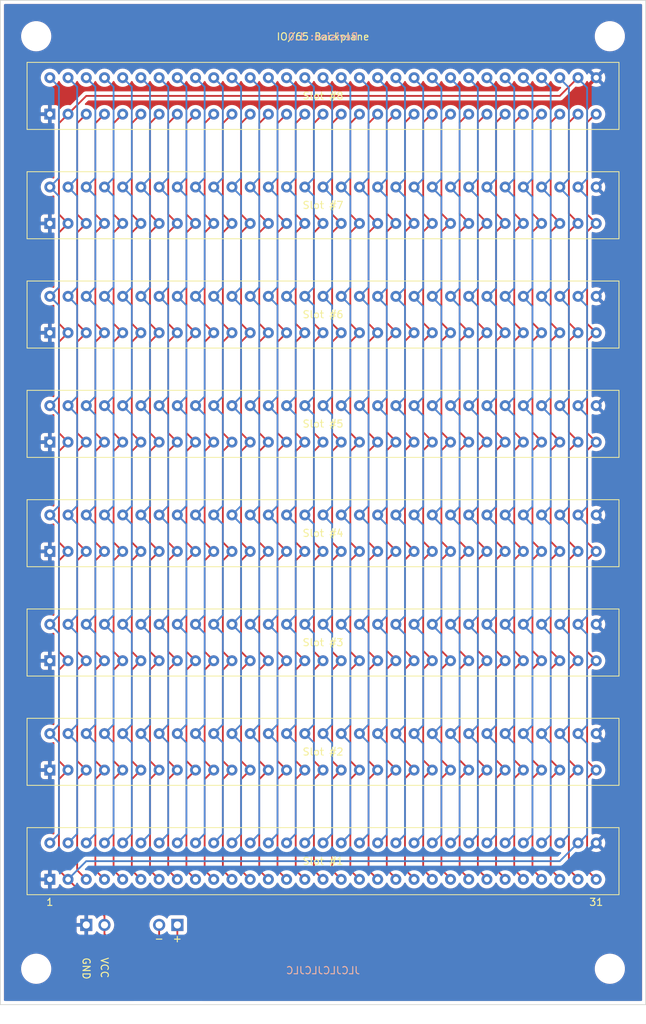
<source format=kicad_pcb>
(kicad_pcb (version 20211014) (generator pcbnew)
  (layers (0 "F.Cu" signal) (31 "B.Cu" signal) (34 "B.Paste" user) (35 "F.Paste" user) (36 "B.SilkS" user "B.Silkscreen") (37 "F.SilkS" user "F.Silkscreen") (38 "B.Mask" user) (39 "F.Mask" user) (44 "Edge.Cuts" user))
  (net 0 "")
  (net 1 "A15")
  (net 2 "GND")
  (net 3 "A14")
  (net 4 "VCC")
  (net 5 "A13")
  (net 6 "Φ2")
  (net 7 "A12")
  (net 8 "R{slash}~{W}")
  (net 9 "A11")
  (net 10 "~{RES}")
  (net 11 "A10")
  (net 12 "RDY")
  (net 13 "A9")
  (net 14 "~{IRQ}")
  (net 15 "A8")
  (net 16 "~{NMI}")
  (net 17 "A7")
  (net 18 "D0")
  (net 19 "A6")
  (net 20 "D1")
  (net 21 "A5")
  (net 22 "D2")
  (net 23 "A4")
  (net 24 "D3")
  (net 25 "A3")
  (net 26 "D4")
  (net 27 "A2")
  (net 28 "D5")
  (net 29 "A1")
  (net 30 "D6")
  (net 31 "A0")
  (net 32 "D7")
  (net 33 "SYNC")
  (net 34 "~{OE}")
  (net 35 "~{SO}")
  (net 36 "~{WE}")
  (net 37 "PA7")
  (net 38 "RAM")
  (net 39 "PA6")
  (net 40 "ROM")
  (net 41 "PA5")
  (net 42 "CS0")
  (net 43 "PA4")
  (net 44 "CS1")
  (net 45 "PA3")
  (net 46 "CS2")
  (net 47 "PA2")
  (net 48 "CS3")
  (net 49 "PA1")
  (net 50 "CS4")
  (net 51 "PA0")
  (net 52 "CS5")
  (net 53 "CA2")
  (net 54 "CS6")
  (net 55 "CA1")
  (net 56 "CS7")
  (net 57 "CS8")
  (net 58 "CS9")
  (net 59 "Net-(DATA1-Pad1)")
  (net 60 "Net-(DATA1-Pad2)")
  (net 62 "E1")
  (net 63 "E2")
  (footprint "IO65:6-5530843-5" (layer "F.Cu") (at 0 -60.96)
    (fp_text reference "Slot #5")
    (fp_text value "Edge Connector" hide)
  )
  (footprint "MountingHole:MountingHole_3.2mm_M3" (layer "F.Cu") (at -40 15)
    (fp_text reference "REF**" hide)
    (fp_text value "MountingHole_3.2mm_M3" hide)
  )
  (footprint "IO65:6-5530843-5" (layer "F.Cu") (at 0 0)
    (fp_text reference "Slot #1")
    (fp_text value "Edge Connector" hide)
  )
  (footprint "IO65:6-5530843-5" (layer "F.Cu") (at 0 -15.24)
    (fp_text reference "Slot #2")
    (fp_text value "Edge Connector" hide)
  )
  (footprint "MountingHole:MountingHole_3.2mm_M3" (layer "F.Cu") (at 40 -115)
    (fp_text reference "REF**" hide)
    (fp_text value "MountingHole_3.2mm_M3" hide)
  )
  (footprint "IO65:6-5530843-5" (layer "F.Cu") (at 0 -106.68)
    (fp_text reference "Slot #8")
    (fp_text value "Edge Connector" hide)
  )
  (footprint "Connector_PinHeader_2.54mm:PinHeader_1x02_P2.54mm_Horizontal" (layer "F.Cu") (at -30.48 8.89 -90)
    (fp_text reference "PWR1" hide)
    (fp_text value "Conn_01x02_Male")
  )
  (footprint "Connector_PinHeader_2.54mm:PinHeader_1x02_P2.54mm_Vertical" (layer "F.Cu") (at -20.315 8.89 -90)
    (fp_text reference "DATA1" hide)
    (fp_text value "Conn_01x02_Male")
  )
  (footprint "IO65:6-5530843-5" (layer "F.Cu") (at 0 -30.48)
    (fp_text reference "Slot #3")
    (fp_text value "Edge Connector" hide)
  )
  (footprint "MountingHole:MountingHole_3.2mm_M3" (layer "F.Cu") (at -40 -115)
    (fp_text reference "REF**" hide)
    (fp_text value "MountingHole_3.2mm_M3" hide)
  )
  (footprint "IO65:6-5530843-5" (layer "F.Cu") (at 0 -91.44)
    (fp_text reference "Slot #7")
    (fp_text value "Edge Connector" hide)
  )
  (footprint "IO65:6-5530843-5" (layer "F.Cu") (at 0 -76.2)
    (fp_text reference "Slot #6")
    (fp_text value "Edge Connector" hide)
  )
  (footprint "IO65:6-5530843-5" (layer "F.Cu") (at 0 -45.72)
    (fp_text reference "Slot #4")
    (fp_text value "Edge Connector" hide)
  )
  (footprint "MountingHole:MountingHole_3.2mm_M3" (layer "F.Cu") (at 40 15)
    (fp_text reference "REF**" hide)
    (fp_text value "MountingHole_3.2mm_M3" hide)
  )
  (footprint "Connector_USB:USB_Micro-B_Molex_47346-0001" (layer "F.Cu") (at -21.59 17.272)
    (fp_text reference "USB1" hide)
    (fp_text value "USB_B_Micro")
  )
  (gr_line (start -45 20) (end -45 10) (layer "Edge.Cuts") (width 0.1))
  (gr_line (start 45 -120) (end 45 10) (layer "Edge.Cuts") (width 0.1))
  (gr_line (start 45 20) (end 45 10) (layer "Edge.Cuts") (width 0.1))
  (gr_line (start -45 10) (end -45 -120) (layer "Edge.Cuts") (width 0.1))
  (gr_line (start 45 20) (end -45 20) (layer "Edge.Cuts") (width 0.1))
  (gr_line (start -45 -120) (end 45 -120) (layer "Edge.Cuts") (width 0.1))
  (gr_text "JLCJLCJLCJLC" (at 0 15.24) (layer "B.SilkS") (effects (font (size 1 1)) (justify mirror)))
  (gr_text "Revision: 1.0" (at 0 -114.935) (layer "B.SilkS") (effects (font (size 1 1)) (justify mirror)))
  (gr_text "+" (at -20.32 10.795) (layer "F.SilkS") (effects (font (size 1 1))))
  (gr_text "VCC" (at -30.48 13.335 -90) (layer "F.SilkS") (effects (font (size 1 1)) (justify left)))
  (gr_text "31" (at 38.1 5.715) (layer "F.SilkS") (effects (font (size 1 1))))
  (gr_text "IO/65 Backplane" (at 0 -114.935) (layer "F.SilkS") (effects (font (size 1 1))))
  (gr_text "1" (at -38.1 5.715) (layer "F.SilkS") (effects (font (size 1 1))))
  (gr_text "GND" (at -33.02 13.335 -90) (layer "F.SilkS") (effects (font (size 1 1)) (justify left)))
  (gr_text "-" (at -22.86 10.795) (layer "F.SilkS") (effects (font (size 1 1))))
  (segment (start -38.1 -63.5) (end -36.83 -64.77) (width 0.25) (layer "B.Cu") (net 1))
  (segment (start -36.83 -19.05) (end -36.83 -31.75) (width 0.25) (layer "B.Cu") (net 1))
  (segment (start -36.83 -95.25) (end -36.83 -107.95) (width 0.25) (layer "B.Cu") (net 1))
  (segment (start -38.1 -78.74) (end -36.83 -80.01) (width 0.25) (layer "B.Cu") (net 1))
  (segment (start -36.83 -107.95) (end -38.1 -109.22) (width 0.25) (layer "B.Cu") (net 1))
  (segment (start -38.1 -33.02) (end -36.83 -34.29) (width 0.25) (layer "B.Cu") (net 1))
  (segment (start -36.83 -46.99) (end -38.1 -48.26) (width 0.25) (layer "B.Cu") (net 1))
  (segment (start -36.83 -49.53) (end -36.83 -62.23) (width 0.25) (layer "B.Cu") (net 1))
  (segment (start -36.83 -64.77) (end -36.83 -77.47) (width 0.25) (layer "B.Cu") (net 1))
  (segment (start -38.1 -2.54) (end -36.83 -3.81) (width 0.25) (layer "B.Cu") (net 1))
  (segment (start -36.83 -62.23) (end -38.1 -63.5) (width 0.25) (layer "B.Cu") (net 1))
  (segment (start -36.83 -16.51) (end -38.1 -17.78) (width 0.25) (layer "B.Cu") (net 1))
  (segment (start -36.83 -92.71) (end -38.1 -93.98) (width 0.25) (layer "B.Cu") (net 1))
  (segment (start -36.83 -77.47) (end -38.1 -78.74) (width 0.25) (layer "B.Cu") (net 1))
  (segment (start -36.83 -80.01) (end -36.83 -92.71) (width 0.25) (layer "B.Cu") (net 1))
  (segment (start -36.83 -31.75) (end -38.1 -33.02) (width 0.25) (layer "B.Cu") (net 1))
  (segment (start -36.83 -34.29) (end -36.83 -46.99) (width 0.25) (layer "B.Cu") (net 1))
  (segment (start -38.1 -48.26) (end -36.83 -49.53) (width 0.25) (layer "B.Cu") (net 1))
  (segment (start -36.83 -3.81) (end -36.83 -16.51) (width 0.25) (layer "B.Cu") (net 1))
  (segment (start -38.1 -17.78) (end -36.83 -19.05) (width 0.25) (layer "B.Cu") (net 1))
  (segment (start -38.1 -93.98) (end -36.83 -95.25) (width 0.25) (layer "B.Cu") (net 1))
  (segment (start -35.56 -78.74) (end -34.29 -80.01) (width 0.25) (layer "B.Cu") (net 3))
  (segment (start -35.56 -17.78) (end -34.29 -19.05) (width 0.25) (layer "B.Cu") (net 3))
  (segment (start -34.29 -64.77) (end -34.29 -77.47) (width 0.25) (layer "B.Cu") (net 3))
  (segment (start -35.56 -63.5) (end -34.29 -64.77) (width 0.25) (layer "B.Cu") (net 3))
  (segment (start -34.29 -19.05) (end -34.29 -31.75) (width 0.25) (layer "B.Cu") (net 3))
  (segment (start -34.29 -34.29) (end -34.29 -46.99) (width 0.25) (layer "B.Cu") (net 3))
  (segment (start -35.56 -33.02) (end -34.29 -34.29) (width 0.25) (layer "B.Cu") (net 3))
  (segment (start -34.29 -92.71) (end -35.56 -93.98) (width 0.25) (layer "B.Cu") (net 3))
  (segment (start -34.29 -107.95) (end -35.56 -109.22) (width 0.25) (layer "B.Cu") (net 3))
  (segment (start -34.29 -46.99) (end -35.56 -48.26) (width 0.25) (layer "B.Cu") (net 3))
  (segment (start -34.29 -80.01) (end -34.29 -92.71) (width 0.25) (layer "B.Cu") (net 3))
  (segment (start -34.29 -77.47) (end -35.56 -78.74) (width 0.25) (layer "B.Cu") (net 3))
  (segment (start -35.56 -93.98) (end -34.29 -95.25) (width 0.25) (layer "B.Cu") (net 3))
  (segment (start -34.29 -3.81) (end -34.29 -16.51) (width 0.25) (layer "B.Cu") (net 3))
  (segment (start -34.29 -62.23) (end -35.56 -63.5) (width 0.25) (layer "B.Cu") (net 3))
  (segment (start -35.56 -2.54) (end -34.29 -3.81) (width 0.25) (layer "B.Cu") (net 3))
  (segment (start -34.29 -49.53) (end -34.29 -62.23) (width 0.25) (layer "B.Cu") (net 3))
  (segment (start -35.56 -48.26) (end -34.29 -49.53) (width 0.25) (layer "B.Cu") (net 3))
  (segment (start -34.29 -16.51) (end -35.56 -17.78) (width 0.25) (layer "B.Cu") (net 3))
  (segment (start -34.29 -31.75) (end -35.56 -33.02) (width 0.25) (layer "B.Cu") (net 3))
  (segment (start -34.29 -95.25) (end -34.29 -107.95) (width 0.25) (layer "B.Cu") (net 3))
  (segment (start -36.83 1.27) (end -36.83 -11.43) (width 0.25) (layer "F.Cu") (net 4))
  (segment (start -36.83 -59.69) (end -36.83 -72.39) (width 0.25) (layer "F.Cu") (net 4))
  (segment (start -22.89 13.305) (end -22.89 15.812) (width 0.25) (layer "F.Cu") (net 4))
  (segment (start -35.56 2.54) (end -30.48 7.62) (width 0.25) (layer "F.Cu") (net 4))
  (segment (start -36.83 -26.67) (end -35.56 -27.94) (width 0.25) (layer "F.Cu") (net 4))
  (segment (start -33.02 -106.68) (end 33.02 -106.68) (width 0.25) (layer "F.Cu") (net 4))
  (segment (start -35.56 -12.7) (end -36.83 -13.97) (width 0.25) (layer "F.Cu") (net 4))
  (segment (start -36.83 -57.15) (end -35.56 -58.42) (width 0.25) (layer "F.Cu") (net 4))
  (segment (start -36.83 -90.17) (end -36.83 -102.87) (width 0.25) (layer "F.Cu") (net 4))
  (segment (start 33.02 -106.68) (end 35.56 -109.22) (width 0.25) (layer "F.Cu") (net 4))
  (segment (start -36.83 -74.93) (end -36.83 -87.63) (width 0.25) (layer "F.Cu") (net 4))
  (segment (start -35.56 -58.42) (end -36.83 -59.69) (width 0.25) (layer "F.Cu") (net 4))
  (segment (start -27.94 12.7) (end -23.495 12.7) (width 0.25) (layer "F.Cu") (net 4))
  (segment (start -30.48 7.62) (end -30.48 8.89) (width 0.25) (layer "F.Cu") (net 4))
  (segment (start -23.495 12.7) (end -22.89 13.305) (width 0.25) (layer "F.Cu") (net 4))
  (segment (start -35.56 -43.18) (end -36.83 -44.45) (width 0.25) (layer "F.Cu") (net 4))
  (segment (start -36.83 -41.91) (end -35.56 -43.18) (width 0.25) (layer "F.Cu") (net 4))
  (segment (start -36.83 -72.39) (end -35.56 -73.66) (width 0.25) (layer "F.Cu") (net 4))
  (segment (start -36.83 -13.97) (end -36.83 -26.67) (width 0.25) (layer "F.Cu") (net 4))
  (segment (start -36.83 -102.87) (end -35.56 -104.14) (width 0.25) (layer "F.Cu") (net 4))
  (segment (start -35.56 -104.14) (end -33.02 -106.68) (width 0.25) (layer "F.Cu") (net 4))
  (segment (start -36.83 -29.21) (end -36.83 -41.91) (width 0.25) (layer "F.Cu") (net 4))
  (segment (start -30.48 10.16) (end -27.94 12.7) (width 0.25) (layer "F.Cu") (net 4))
  (segment (start -35.56 -88.9) (end -36.83 -90.17) (width 0.25) (layer "F.Cu") (net 4))
  (segment (start -36.83 -44.45) (end -36.83 -57.15) (width 0.25) (layer "F.Cu") (net 4))
  (segment (start -30.48 8.89) (end -30.48 10.16) (width 0.25) (layer "F.Cu") (net 4))
  (segment (start -35.56 2.54) (end -36.83 1.27) (width 0.25) (layer "F.Cu") (net 4))
  (segment (start -35.56 -73.66) (end -36.83 -74.93) (width 0.25) (layer "F.Cu") (net 4))
  (segment (start -35.56 -27.94) (end -36.83 -29.21) (width 0.25) (layer "F.Cu") (net 4))
  (segment (start -36.83 -11.43) (end -35.56 -12.7) (width 0.25) (layer "F.Cu") (net 4))
  (segment (start -36.83 -87.63) (end -35.56 -88.9) (width 0.25) (layer "F.Cu") (net 4))
  (segment (start 35.56 -78.626) (end 36.83 -79.896) (width 0.25) (layer "B.Cu") (net 4))
  (segment (start 36.83 -31.636) (end 35.56 -32.906) (width 0.25) (layer "B.Cu") (net 4))
  (segment (start 36.83 -64.656) (end 36.83 -77.356) (width 0.25) (layer "B.Cu") (net 4))
  (segment (start 36.83 -49.416) (end 36.83 -62.116) (width 0.25) (layer "B.Cu") (net 4))
  (segment (start 36.83 -16.396) (end 35.56 -17.666) (width 0.25) (layer "B.Cu") (net 4))
  (segment (start 36.83 -92.596) (end 35.56 -93.866) (width 0.25) (layer "B.Cu") (net 4))
  (segment (start 36.83 -77.356) (end 35.56 -78.626) (width 0.25) (layer "B.Cu") (net 4))
  (segment (start 36.83 -62.116) (end 35.56 -63.386) (width 0.25) (layer "B.Cu") (net 4))
  (segment (start 35.56 -63.386) (end 36.83 -64.656) (width 0.25) (layer "B.Cu") (net 4))
  (segment (start 33.02 0) (end 35.56 -2.54) (width 0.25) (layer "B.Cu") (net 4))
  (segment (start 35.56 -32.906) (end 36.83 -34.176) (width 0.25) (layer "B.Cu") (net 4))
  (segment (start 35.56 -2.426) (end 36.83 -3.696) (width 0.25) (layer "B.Cu") (net 4))
  (segment (start 36.83 -3.696) (end 36.83 -16.396) (width 0.25) (layer "B.Cu") (net 4))
  (segment (start 36.83 -95.136) (end 36.83 -107.836) (width 0.25) (layer "B.Cu") (net 4))
  (segment (start 36.83 -18.936) (end 36.83 -31.636) (width 0.25) (layer "B.Cu") (net 4))
  (segment (start 35.56 -17.666) (end 36.83 -18.936) (width 0.25) (layer "B.Cu") (net 4))
  (segment (start -35.56 2.54) (end -33.02 0) (width 0.25) (layer "B.Cu") (net 4))
  (segment (start 35.56 -93.866) (end 36.83 -95.136) (width 0.25) (layer "B.Cu") (net 4))
  (segment (start -33.02 0) (end 33.02 0) (width 0.25) (layer "B.Cu") (net 4))
  (segment (start 35.56 -48.146) (end 36.83 -49.416) (width 0.25) (layer "B.Cu") (net 4))
  (segment (start 36.83 -34.176) (end 36.83 -46.876) (width 0.25) (layer "B.Cu") (net 4))
  (segment (start 36.83 -46.876) (end 35.56 -48.146) (width 0.25) (layer "B.Cu") (net 4))
  (segment (start 36.83 -107.836) (end 35.56 -109.106) (width 0.25) (layer "B.Cu") (net 4))
  (segment (start 36.83 -79.896) (end 36.83 -92.596) (width 0.25) (layer "B.Cu") (net 4))
  (segment (start -31.75 -62.23) (end -33.02 -63.5) (width 0.25) (layer "B.Cu") (net 5))
  (segment (start -31.75 -19.05) (end -31.75 -31.75) (width 0.25) (layer "B.Cu") (net 5))
  (segment (start -31.75 -64.77) (end -31.75 -77.47) (width 0.25) (layer "B.Cu") (net 5))
  (segment (start -31.75 -107.95) (end -33.02 -109.22) (width 0.25) (layer "B.Cu") (net 5))
  (segment (start -31.75 -46.99) (end -33.02 -48.26) (width 0.25) (layer "B.Cu") (net 5))
  (segment (start -31.75 -95.25) (end -31.75 -107.95) (width 0.25) (layer "B.Cu") (net 5))
  (segment (start -33.02 -2.54) (end -31.75 -3.81) (width 0.25) (layer "B.Cu") (net 5))
  (segment (start -33.02 -78.74) (end -31.75 -80.01) (width 0.25) (layer "B.Cu") (net 5))
  (segment (start -31.75 -34.29) (end -31.75 -46.99) (width 0.25) (layer "B.Cu") (net 5))
  (segment (start -31.75 -49.53) (end -31.75 -62.23) (width 0.25) (layer "B.Cu") (net 5))
  (segment (start -31.75 -77.47) (end -33.02 -78.74) (width 0.25) (layer "B.Cu") (net 5))
  (segment (start -31.75 -92.71) (end -33.02 -93.98) (width 0.25) (layer "B.Cu") (net 5))
  (segment (start -31.75 -16.51) (end -33.02 -17.78) (width 0.25) (layer "B.Cu") (net 5))
  (segment (start -33.02 -33.02) (end -31.75 -34.29) (width 0.25) (layer "B.Cu") (net 5))
  (segment (start -31.75 -31.75) (end -33.02 -33.02) (width 0.25) (layer "B.Cu") (net 5))
  (segment (start -33.02 -48.26) (end -31.75 -49.53) (width 0.25) (layer "B.Cu") (net 5))
  (segment (start -31.75 -3.81) (end -31.75 -16.51) (width 0.25) (layer "B.Cu") (net 5))
  (segment (start -33.02 -93.98) (end -31.75 -95.25) (width 0.25) (layer "B.Cu") (net 5))
  (segment (start -33.02 -63.5) (end -31.75 -64.77) (width 0.25) (layer "B.Cu") (net 5))
  (segment (start -31.75 -80.01) (end -31.75 -92.71) (width 0.25) (layer "B.Cu") (net 5))
  (segment (start -33.02 -17.78) (end -31.75 -19.05) (width 0.25) (layer "B.Cu") (net 5))
  (segment (start -34.29 -72.39) (end -33.02 -73.66) (width 0.25) (layer "F.Cu") (net 6))
  (segment (start -33.02 -27.94) (end -34.29 -29.21) (width 0.25) (layer "F.Cu") (net 6))
  (segment (start -33.02 2.54) (end -34.29 1.27) (width 0.25) (layer "F.Cu") (net 6))
  (segment (start -33.02 -88.9) (end -34.29 -90.17) (width 0.25) (layer "F.Cu") (net 6))
  (segment (start -33.02 -12.7) (end -34.29 -13.97) (width 0.25) (layer "F.Cu") (net 6))
  (segment (start -34.29 -59.69) (end -34.29 -72.39) (width 0.25) (layer "F.Cu") (net 6))
  (segment (start -34.29 -57.15) (end -33.02 -58.42) (width 0.25) (layer "F.Cu") (net 6))
  (segment (start -34.29 -44.45) (end -34.29 -57.15) (width 0.25) (layer "F.Cu") (net 6))
  (segment (start -34.29 -102.87) (end -33.02 -104.14) (width 0.25) (layer "F.Cu") (net 6))
  (segment (start -34.29 -29.21) (end -34.29 -41.91) (width 0.25) (layer "F.Cu") (net 6))
  (segment (start -34.29 -41.91) (end -33.02 -43.18) (width 0.25) (layer "F.Cu") (net 6))
  (segment (start -33.02 -58.42) (end -34.29 -59.69) (width 0.25) (layer "F.Cu") (net 6))
  (segment (start -34.29 -11.43) (end -33.02 -12.7) (width 0.25) (layer "F.Cu") (net 6))
  (segment (start -34.29 -26.67) (end -33.02 -27.94) (width 0.25) (layer "F.Cu") (net 6))
  (segment (start -34.29 -74.93) (end -34.29 -87.63) (width 0.25) (layer "F.Cu") (net 6))
  (segment (start -34.29 -90.17) (end -34.29 -102.87) (width 0.25) (layer "F.Cu") (net 6))
  (segment (start -33.02 -73.66) (end -34.29 -74.93) (width 0.25) (layer "F.Cu") (net 6))
  (segment (start -34.29 -87.63) (end -33.02 -88.9) (width 0.25) (layer "F.Cu") (net 6))
  (segment (start -34.29 1.27) (end -34.29 -11.43) (width 0.25) (layer "F.Cu") (net 6))
  (segment (start -34.29 -13.97) (end -34.29 -26.67) (width 0.25) (layer "F.Cu") (net 6))
  (segment (start -33.02 -43.18) (end -34.29 -44.45) (width 0.25) (layer "F.Cu") (net 6))
  (segment (start -30.48 -48.26) (end -29.21 -49.53) (width 0.25) (layer "B.Cu") (net 7))
  (segment (start -29.21 -3.81) (end -29.21 -16.51) (width 0.25) (layer "B.Cu") (net 7))
  (segment (start -29.21 -95.25) (end -29.21 -107.95) (width 0.25) (layer "B.Cu") (net 7))
  (segment (start -29.21 -77.47) (end -30.48 -78.74) (width 0.25) (layer "B.Cu") (net 7))
  (segment (start -29.21 -107.95) (end -30.48 -109.22) (width 0.25) (layer "B.Cu") (net 7))
  (segment (start -29.21 -62.23) (end -30.48 -63.5) (width 0.25) (layer "B.Cu") (net 7))
  (segment (start -29.21 -34.29) (end -29.21 -46.99) (width 0.25) (layer "B.Cu") (net 7))
  (segment (start -29.21 -16.51) (end -30.48 -17.78) (width 0.25) (layer "B.Cu") (net 7))
  (segment (start -29.21 -31.75) (end -30.48 -33.02) (width 0.25) (layer "B.Cu") (net 7))
  (segment (start -30.48 -17.78) (end -29.21 -19.05) (width 0.25) (layer "B.Cu") (net 7))
  (segment (start -30.48 -78.74) (end -29.21 -80.01) (width 0.25) (layer "B.Cu") (net 7))
  (segment (start -29.21 -46.99) (end -30.48 -48.26) (width 0.25) (layer "B.Cu") (net 7))
  (segment (start -30.48 -93.98) (end -29.21 -95.25) (width 0.25) (layer "B.Cu") (net 7))
  (segment (start -29.21 -92.71) (end -30.48 -93.98) (width 0.25) (layer "B.Cu") (net 7))
  (segment (start -30.48 -33.02) (end -29.21 -34.29) (width 0.25) (layer "B.Cu") (net 7))
  (segment (start -29.21 -49.53) (end -29.21 -62.23) (width 0.25) (layer "B.Cu") (net 7))
  (segment (start -30.48 -63.5) (end -29.21 -64.77) (width 0.25) (layer "B.Cu") (net 7))
  (segment (start -29.21 -19.05) (end -29.21 -31.75) (width 0.25) (layer "B.Cu") (net 7))
  (segment (start -29.21 -64.77) (end -29.21 -77.47) (width 0.25) (layer "B.Cu") (net 7))
  (segment (start -30.48 -2.54) (end -29.21 -3.81) (width 0.25) (layer "B.Cu") (net 7))
  (segment (start -29.21 -80.01) (end -29.21 -92.71) (width 0.25) (layer "B.Cu") (net 7))
  (segment (start -30.48 -27.94) (end -31.75 -29.21) (width 0.25) (layer "F.Cu") (net 8))
  (segment (start -31.75 -90.17) (end -31.75 -102.87) (width 0.25) (layer "F.Cu") (net 8))
  (segment (start -31.75 -72.39) (end -30.48 -73.66) (width 0.25) (layer "F.Cu") (net 8))
  (segment (start -31.75 -74.93) (end -31.75 -87.63) (width 0.25) (layer "F.Cu") (net 8))
  (segment (start -31.75 -29.21) (end -31.75 -41.91) (width 0.25) (layer "F.Cu") (net 8))
  (segment (start -31.75 -26.67) (end -30.48 -27.94) (width 0.25) (layer "F.Cu") (net 8))
  (segment (start -30.48 -73.66) (end -31.75 -74.93) (width 0.25) (layer "F.Cu") (net 8))
  (segment (start -30.48 -12.7) (end -31.75 -13.97) (width 0.25) (layer "F.Cu") (net 8))
  (segment (start -31.75 -87.63) (end -30.48 -88.9) (width 0.25) (layer "F.Cu") (net 8))
  (segment (start -31.75 -59.69) (end -31.75 -72.39) (width 0.25) (layer "F.Cu") (net 8))
  (segment (start -31.75 -44.45) (end -31.75 -57.15) (width 0.25) (layer "F.Cu") (net 8))
  (segment (start -31.75 -57.15) (end -30.48 -58.42) (width 0.25) (layer "F.Cu") (net 8))
  (segment (start -30.48 -58.42) (end -31.75 -59.69) (width 0.25) (layer "F.Cu") (net 8))
  (segment (start -30.48 -88.9) (end -31.75 -90.17) (width 0.25) (layer "F.Cu") (net 8))
  (segment (start -31.75 -41.91) (end -30.48 -43.18) (width 0.25) (layer "F.Cu") (net 8))
  (segment (start -30.48 2.54) (end -31.75 1.27) (width 0.25) (layer "F.Cu") (net 8))
  (segment (start -31.75 1.27) (end -31.75 -11.43) (width 0.25) (layer "F.Cu") (net 8))
  (segment (start -30.48 -43.18) (end -31.75 -44.45) (width 0.25) (layer "F.Cu") (net 8))
  (segment (start -31.75 -102.87) (end -30.48 -104.14) (width 0.25) (layer "F.Cu") (net 8))
  (segment (start -31.75 -13.97) (end -31.75 -26.67) (width 0.25) (layer "F.Cu") (net 8))
  (segment (start -31.75 -11.43) (end -30.48 -12.7) (width 0.25) (layer "F.Cu") (net 8))
  (segment (start -26.67 -107.95) (end -27.94 -109.22) (width 0.25) (layer "B.Cu") (net 9))
  (segment (start -27.94 -2.54) (end -26.67 -3.81) (width 0.25) (layer "B.Cu") (net 9))
  (segment (start -27.94 -93.98) (end -26.67 -95.25) (width 0.25) (layer "B.Cu") (net 9))
  (segment (start -27.94 -33.02) (end -26.67 -34.29) (width 0.25) (layer "B.Cu") (net 9))
  (segment (start -27.94 -17.78) (end -26.67 -19.05) (width 0.25) (layer "B.Cu") (net 9))
  (segment (start -27.94 -48.26) (end -26.67 -49.53) (width 0.25) (layer "B.Cu") (net 9))
  (segment (start -26.67 -92.71) (end -27.94 -93.98) (width 0.25) (layer "B.Cu") (net 9))
  (segment (start -26.67 -34.29) (end -26.67 -46.99) (width 0.25) (layer "B.Cu") (net 9))
  (segment (start -26.67 -49.53) (end -26.67 -62.23) (width 0.25) (layer "B.Cu") (net 9))
  (segment (start -26.67 -3.81) (end -26.67 -16.51) (width 0.25) (layer "B.Cu") (net 9))
  (segment (start -27.94 -63.5) (end -26.67 -64.77) (width 0.25) (layer "B.Cu") (net 9))
  (segment (start -26.67 -62.23) (end -27.94 -63.5) (width 0.25) (layer "B.Cu") (net 9))
  (segment (start -26.67 -31.75) (end -27.94 -33.02) (width 0.25) (layer "B.Cu") (net 9))
  (segment (start -26.67 -46.99) (end -27.94 -48.26) (width 0.25) (layer "B.Cu") (net 9))
  (segment (start -26.67 -95.25) (end -26.67 -107.95) (width 0.25) (layer "B.Cu") (net 9))
  (segment (start -26.67 -80.01) (end -26.67 -92.71) (width 0.25) (layer "B.Cu") (net 9))
  (segment (start -26.67 -64.77) (end -26.67 -77.47) (width 0.25) (layer "B.Cu") (net 9))
  (segment (start -26.67 -16.51) (end -27.94 -17.78) (width 0.25) (layer "B.Cu") (net 9))
  (segment (start -26.67 -77.47) (end -27.94 -78.74) (width 0.25) (layer "B.Cu") (net 9))
  (segment (start -26.67 -19.05) (end -26.67 -31.75) (width 0.25) (layer "B.Cu") (net 9))
  (segment (start -27.94 -78.74) (end -26.67 -80.01) (width 0.25) (layer "B.Cu") (net 9))
  (segment (start -29.21 -26.67) (end -27.94 -27.94) (width 0.25) (layer "F.Cu") (net 10))
  (segment (start -27.94 -73.66) (end -29.21 -74.93) (width 0.25) (layer "F.Cu") (net 10))
  (segment (start -27.94 -12.7) (end -29.21 -13.97) (width 0.25) (layer "F.Cu") (net 10))
  (segment (start -29.21 -41.91) (end -27.94 -43.18) (width 0.25) (layer "F.Cu") (net 10))
  (segment (start -29.21 -90.17) (end -29.21 -102.87) (width 0.25) (layer "F.Cu") (net 10))
  (segment (start -29.21 -44.45) (end -29.21 -57.15) (width 0.25) (layer "F.Cu") (net 10))
  (segment (start -29.21 -57.15) (end -27.94 -58.42) (width 0.25) (layer "F.Cu") (net 10))
  (segment (start -27.94 2.54) (end -29.21 1.27) (width 0.25) (layer "F.Cu") (net 10))
  (segment (start -29.21 -102.87) (end -27.94 -104.14) (width 0.25) (layer "F.Cu") (net 10))
  (segment (start -29.21 1.27) (end -29.21 -11.43) (width 0.25) (layer "F.Cu") (net 10))
  (segment (start -29.21 -72.39) (end -27.94 -73.66) (width 0.25) (layer "F.Cu") (net 10))
  (segment (start -29.21 -74.93) (end -29.21 -87.63) (width 0.25) (layer "F.Cu") (net 10))
  (segment (start -27.94 -43.18) (end -29.21 -44.45) (width 0.25) (layer "F.Cu") (net 10))
  (segment (start -27.94 -58.42) (end -29.21 -59.69) (width 0.25) (layer "F.Cu") (net 10))
  (segment (start -27.94 -27.94) (end -29.21 -29.21) (width 0.25) (layer "F.Cu") (net 10))
  (segment (start -27.94 -88.9) (end -29.21 -90.17) (width 0.25) (layer "F.Cu") (net 10))
  (segment (start -29.21 -29.21) (end -29.21 -41.91) (width 0.25) (layer "F.Cu") (net 10))
  (segment (start -29.21 -13.97) (end -29.21 -26.67) (width 0.25) (layer "F.Cu") (net 10))
  (segment (start -29.21 -87.63) (end -27.94 -88.9) (width 0.25) (layer "F.Cu") (net 10))
  (segment (start -29.21 -11.43) (end -27.94 -12.7) (width 0.25) (layer "F.Cu") (net 10))
  (segment (start -29.21 -59.69) (end -29.21 -72.39) (width 0.25) (layer "F.Cu") (net 10))
  (segment (start -25.4 -17.78) (end -24.13 -19.05) (width 0.25) (layer "B.Cu") (net 11))
  (segment (start -24.13 -62.23) (end -25.4 -63.5) (width 0.25) (layer "B.Cu") (net 11))
  (segment (start -24.13 -31.75) (end -25.4 -33.02) (width 0.25) (layer "B.Cu") (net 11))
  (segment (start -24.13 -34.29) (end -24.13 -46.99) (width 0.25) (layer "B.Cu") (net 11))
  (segment (start -25.4 -78.74) (end -24.13 -80.01) (width 0.25) (layer "B.Cu") (net 11))
  (segment (start -25.4 -93.98) (end -24.13 -95.25) (width 0.25) (layer "B.Cu") (net 11))
  (segment (start -25.4 -2.54) (end -24.13 -3.81) (width 0.25) (layer "B.Cu") (net 11))
  (segment (start -25.4 -33.02) (end -24.13 -34.29) (width 0.25) (layer "B.Cu") (net 11))
  (segment (start -24.13 -64.77) (end -24.13 -77.47) (width 0.25) (layer "B.Cu") (net 11))
  (segment (start -24.13 -49.53) (end -24.13 -62.23) (width 0.25) (layer "B.Cu") (net 11))
  (segment (start -24.13 -92.71) (end -25.4 -93.98) (width 0.25) (layer "B.Cu") (net 11))
  (segment (start -24.13 -46.99) (end -25.4 -48.26) (width 0.25) (layer "B.Cu") (net 11))
  (segment (start -24.13 -95.25) (end -24.13 -107.95) (width 0.25) (layer "B.Cu") (net 11))
  (segment (start -24.13 -16.51) (end -25.4 -17.78) (width 0.25) (layer "B.Cu") (net 11))
  (segment (start -25.4 -63.5) (end -24.13 -64.77) (width 0.25) (layer "B.Cu") (net 11))
  (segment (start -24.13 -19.05) (end -24.13 -31.75) (width 0.25) (layer "B.Cu") (net 11))
  (segment (start -25.4 -48.26) (end -24.13 -49.53) (width 0.25) (layer "B.Cu") (net 11))
  (segment (start -24.13 -107.95) (end -25.4 -109.22) (width 0.25) (layer "B.Cu") (net 11))
  (segment (start -24.13 -3.81) (end -24.13 -16.51) (width 0.25) (layer "B.Cu") (net 11))
  (segment (start -24.13 -80.01) (end -24.13 -92.71) (width 0.25) (layer "B.Cu") (net 11))
  (segment (start -24.13 -77.47) (end -25.4 -78.74) (width 0.25) (layer "B.Cu") (net 11))
  (segment (start -26.67 -87.63) (end -25.4 -88.9) (width 0.25) (layer "F.Cu") (net 12))
  (segment (start -26.67 -26.67) (end -25.4 -27.94) (width 0.25) (layer "F.Cu") (net 12))
  (segment (start -26.67 -41.91) (end -25.4 -43.18) (width 0.25) (layer "F.Cu") (net 12))
  (segment (start -25.4 -27.94) (end -26.67 -29.21) (width 0.25) (layer "F.Cu") (net 12))
  (segment (start -26.67 1.27) (end -26.67 -11.43) (width 0.25) (layer "F.Cu") (net 12))
  (segment (start -26.67 -59.69) (end -26.67 -72.39) (width 0.25) (layer "F.Cu") (net 12))
  (segment (start -25.4 -12.7) (end -26.67 -13.97) (width 0.25) (layer "F.Cu") (net 12))
  (segment (start -26.67 -72.39) (end -25.4 -73.66) (width 0.25) (layer "F.Cu") (net 12))
  (segment (start -25.4 2.54) (end -26.67 1.27) (width 0.25) (layer "F.Cu") (net 12))
  (segment (start -26.67 -13.97) (end -26.67 -26.67) (width 0.25) (layer "F.Cu") (net 12))
  (segment (start -26.67 -102.87) (end -25.4 -104.14) (width 0.25) (layer "F.Cu") (net 12))
  (segment (start -25.4 -58.42) (end -26.67 -59.69) (width 0.25) (layer "F.Cu") (net 12))
  (segment (start -25.4 -73.66) (end -26.67 -74.93) (width 0.25) (layer "F.Cu") (net 12))
  (segment (start -26.67 -44.45) (end -26.67 -57.15) (width 0.25) (layer "F.Cu") (net 12))
  (segment (start -26.67 -57.15) (end -25.4 -58.42) (width 0.25) (layer "F.Cu") (net 12))
  (segment (start -26.67 -29.21) (end -26.67 -41.91) (width 0.25) (layer "F.Cu") (net 12))
  (segment (start -25.4 -88.9) (end -26.67 -90.17) (width 0.25) (layer "F.Cu") (net 12))
  (segment (start -26.67 -74.93) (end -26.67 -87.63) (width 0.25) (layer "F.Cu") (net 12))
  (segment (start -26.67 -11.43) (end -25.4 -12.7) (width 0.25) (layer "F.Cu") (net 12))
  (segment (start -26.67 -90.17) (end -26.67 -102.87) (width 0.25) (layer "F.Cu") (net 12))
  (segment (start -25.4 -43.18) (end -26.67 -44.45) (width 0.25) (layer "F.Cu") (net 12))
  (segment (start -21.59 -49.53) (end -21.59 -62.23) (width 0.25) (layer "B.Cu") (net 13))
  (segment (start -21.59 -62.23) (end -22.86 -63.5) (width 0.25) (layer "B.Cu") (net 13))
  (segment (start -21.59 -107.95) (end -22.86 -109.22) (width 0.25) (layer "B.Cu") (net 13))
  (segment (start -21.59 -16.51) (end -22.86 -17.78) (width 0.25) (layer "B.Cu") (net 13))
  (segment (start -21.59 -95.25) (end -21.59 -107.95) (width 0.25) (layer "B.Cu") (net 13))
  (segment (start -21.59 -77.47) (end -22.86 -78.74) (width 0.25) (layer "B.Cu") (net 13))
  (segment (start -21.59 -64.77) (end -21.59 -77.47) (width 0.25) (layer "B.Cu") (net 13))
  (segment (start -21.59 -3.81) (end -21.59 -16.51) (width 0.25) (layer "B.Cu") (net 13))
  (segment (start -22.86 -63.5) (end -21.59 -64.77) (width 0.25) (layer "B.Cu") (net 13))
  (segment (start -22.86 -78.74) (end -21.59 -80.01) (width 0.25) (layer "B.Cu") (net 13))
  (segment (start -22.86 -33.02) (end -21.59 -34.29) (width 0.25) (layer "B.Cu") (net 13))
  (segment (start -21.59 -80.01) (end -21.59 -92.71) (width 0.25) (layer "B.Cu") (net 13))
  (segment (start -21.59 -19.05) (end -21.59 -31.75) (width 0.25) (layer "B.Cu") (net 13))
  (segment (start -22.86 -2.54) (end -21.59 -3.81) (width 0.25) (layer "B.Cu") (net 13))
  (segment (start -21.59 -34.29) (end -21.59 -46.99) (width 0.25) (layer "B.Cu") (net 13))
  (segment (start -21.59 -31.75) (end -22.86 -33.02) (width 0.25) (layer "B.Cu") (net 13))
  (segment (start -21.59 -92.71) (end -22.86 -93.98) (width 0.25) (layer "B.Cu") (net 13))
  (segment (start -21.59 -46.99) (end -22.86 -48.26) (width 0.25) (layer "B.Cu") (net 13))
  (segment (start -22.86 -93.98) (end -21.59 -95.25) (width 0.25) (layer "B.Cu") (net 13))
  (segment (start -22.86 -17.78) (end -21.59 -19.05) (width 0.25) (layer "B.Cu") (net 13))
  (segment (start -22.86 -48.26) (end -21.59 -49.53) (width 0.25) (layer "B.Cu") (net 13))
  (segment (start -24.13 -102.87) (end -22.86 -104.14) (width 0.25) (layer "F.Cu") (net 14))
  (segment (start -22.86 -58.42) (end -24.13 -59.69) (width 0.25) (layer "F.Cu") (net 14))
  (segment (start -22.86 -88.9) (end -24.13 -90.17) (width 0.25) (layer "F.Cu") (net 14))
  (segment (start -24.13 -72.39) (end -22.86 -73.66) (width 0.25) (layer "F.Cu") (net 14))
  (segment (start -22.86 -27.94) (end -24.13 -29.21) (width 0.25) (layer "F.Cu") (net 14))
  (segment (start -22.86 -73.66) (end -24.13 -74.93) (width 0.25) (layer "F.Cu") (net 14))
  (segment (start -24.13 -59.69) (end -24.13 -72.39) (width 0.25) (layer "F.Cu") (net 14))
  (segment (start -24.13 -13.97) (end -24.13 -26.67) (width 0.25) (layer "F.Cu") (net 14))
  (segment (start -24.13 -26.67) (end -22.86 -27.94) (width 0.25) (layer "F.Cu") (net 14))
  (segment (start -24.13 1.27) (end -24.13 -11.43) (width 0.25) (layer "F.Cu") (net 14))
  (segment (start -22.86 -12.7) (end -24.13 -13.97) (width 0.25) (layer "F.Cu") (net 14))
  (segment (start -24.13 -29.21) (end -24.13 -41.91) (width 0.25) (layer "F.Cu") (net 14))
  (segment (start -24.13 -57.15) (end -22.86 -58.42) (width 0.25) (layer "F.Cu") (net 14))
  (segment (start -24.13 -74.93) (end -24.13 -87.63) (width 0.25) (layer "F.Cu") (net 14))
  (segment (start -22.86 2.54) (end -24.13 1.27) (width 0.25) (layer "F.Cu") (net 14))
  (segment (start -24.13 -41.91) (end -22.86 -43.18) (width 0.25) (layer "F.Cu") (net 14))
  (segment (start -24.13 -44.45) (end -24.13 -57.15) (width 0.25) (layer "F.Cu") (net 14))
  (segment (start -22.86 -43.18) (end -24.13 -44.45) (width 0.25) (layer "F.Cu") (net 14))
  (segment (start -24.13 -87.63) (end -22.86 -88.9) (width 0.25) (layer "F.Cu") (net 14))
  (segment (start -24.13 -90.17) (end -24.13 -102.87) (width 0.25) (layer "F.Cu") (net 14))
  (segment (start -24.13 -11.43) (end -22.86 -12.7) (width 0.25) (layer "F.Cu") (net 14))
  (segment (start -20.32 -33.02) (end -19.05 -34.29) (width 0.25) (layer "B.Cu") (net 15))
  (segment (start -20.32 -2.54) (end -19.05 -3.81) (width 0.25) (layer "B.Cu") (net 15))
  (segment (start -19.05 -64.77) (end -19.05 -77.47) (width 0.25) (layer "B.Cu") (net 15))
  (segment (start -20.32 -63.5) (end -19.05 -64.77) (width 0.25) (layer "B.Cu") (net 15))
  (segment (start -19.05 -80.01) (end -19.05 -92.71) (width 0.25) (layer "B.Cu") (net 15))
  (segment (start -19.05 -16.51) (end -20.32 -17.78) (width 0.25) (layer "B.Cu") (net 15))
  (segment (start -19.05 -92.71) (end -20.32 -93.98) (width 0.25) (layer "B.Cu") (net 15))
  (segment (start -19.05 -46.99) (end -20.32 -48.26) (width 0.25) (layer "B.Cu") (net 15))
  (segment (start -19.05 -77.47) (end -20.32 -78.74) (width 0.25) (layer "B.Cu") (net 15))
  (segment (start -19.05 -95.25) (end -19.05 -107.95) (width 0.25) (layer "B.Cu") (net 15))
  (segment (start -19.05 -31.75) (end -20.32 -33.02) (width 0.25) (layer "B.Cu") (net 15))
  (segment (start -19.05 -49.53) (end -19.05 -62.23) (width 0.25) (layer "B.Cu") (net 15))
  (segment (start -19.05 -62.23) (end -20.32 -63.5) (width 0.25) (layer "B.Cu") (net 15))
  (segment (start -20.32 -93.98) (end -19.05 -95.25) (width 0.25) (layer "B.Cu") (net 15))
  (segment (start -20.32 -78.74) (end -19.05 -80.01) (width 0.25) (layer "B.Cu") (net 15))
  (segment (start -19.05 -3.81) (end -19.05 -16.51) (width 0.25) (layer "B.Cu") (net 15))
  (segment (start -20.32 -17.78) (end -19.05 -19.05) (width 0.25) (layer "B.Cu") (net 15))
  (segment (start -20.32 -48.26) (end -19.05 -49.53) (width 0.25) (layer "B.Cu") (net 15))
  (segment (start -19.05 -107.95) (end -20.32 -109.22) (width 0.25) (layer "B.Cu") (net 15))
  (segment (start -19.05 -34.29) (end -19.05 -46.99) (width 0.25) (layer "B.Cu") (net 15))
  (segment (start -19.05 -19.05) (end -19.05 -31.75) (width 0.25) (layer "B.Cu") (net 15))
  (segment (start -20.32 -73.66) (end -21.59 -74.93) (width 0.25) (layer "F.Cu") (net 16))
  (segment (start -21.59 -29.21) (end -21.59 -41.91) (width 0.25) (layer "F.Cu") (net 16))
  (segment (start -21.59 -57.15) (end -20.32 -58.42) (width 0.25) (layer "F.Cu") (net 16))
  (segment (start -21.59 1.27) (end -21.59 -11.43) (width 0.25) (layer "F.Cu") (net 16))
  (segment (start -21.59 -59.69) (end -21.59 -72.39) (width 0.25) (layer "F.Cu") (net 16))
  (segment (start -21.59 -44.45) (end -21.59 -57.15) (width 0.25) (layer "F.Cu") (net 16))
  (segment (start -21.59 -41.91) (end -20.32 -43.18) (width 0.25) (layer "F.Cu") (net 16))
  (segment (start -20.32 2.54) (end -21.59 1.27) (width 0.25) (layer "F.Cu") (net 16))
  (segment (start -21.59 -72.39) (end -20.32 -73.66) (width 0.25) (layer "F.Cu") (net 16))
  (segment (start -21.59 -26.67) (end -20.32 -27.94) (width 0.25) (layer "F.Cu") (net 16))
  (segment (start -20.32 -88.9) (end -21.59 -90.17) (width 0.25) (layer "F.Cu") (net 16))
  (segment (start -20.32 -12.7) (end -21.59 -13.97) (width 0.25) (layer "F.Cu") (net 16))
  (segment (start -20.32 -58.42) (end -21.59 -59.69) (width 0.25) (layer "F.Cu") (net 16))
  (segment (start -21.59 -11.43) (end -20.32 -12.7) (width 0.25) (layer "F.Cu") (net 16))
  (segment (start -20.32 -43.18) (end -21.59 -44.45) (width 0.25) (layer "F.Cu") (net 16))
  (segment (start -21.59 -13.97) (end -21.59 -26.67) (width 0.25) (layer "F.Cu") (net 16))
  (segment (start -20.32 -27.94) (end -21.59 -29.21) (width 0.25) (layer "F.Cu") (net 16))
  (segment (start -21.59 -90.17) (end -21.59 -102.87) (width 0.25) (layer "F.Cu") (net 16))
  (segment (start -21.59 -74.93) (end -21.59 -87.63) (width 0.25) (layer "F.Cu") (net 16))
  (segment (start -21.59 -87.63) (end -20.32 -88.9) (width 0.25) (layer "F.Cu") (net 16))
  (segment (start -21.59 -102.87) (end -20.32 -104.14) (width 0.25) (layer "F.Cu") (net 16))
  (segment (start -16.51 -77.47) (end -17.78 -78.74) (width 0.25) (layer "B.Cu") (net 17))
  (segment (start -17.78 -33.02) (end -16.51 -34.29) (width 0.25) (layer "B.Cu") (net 17))
  (segment (start -16.51 -80.01) (end -16.51 -92.71) (width 0.25) (layer "B.Cu") (net 17))
  (segment (start -16.51 -95.25) (end -16.51 -107.95) (width 0.25) (layer "B.Cu") (net 17))
  (segment (start -16.51 -46.99) (end -17.78 -48.26) (width 0.25) (layer "B.Cu") (net 17))
  (segment (start -17.78 -93.98) (end -16.51 -95.25) (width 0.25) (layer "B.Cu") (net 17))
  (segment (start -17.78 -48.26) (end -16.51 -49.53) (width 0.25) (layer "B.Cu") (net 17))
  (segment (start -17.78 -2.54) (end -16.51 -3.81) (width 0.25) (layer "B.Cu") (net 17))
  (segment (start -17.78 -17.78) (end -16.51 -19.05) (width 0.25) (layer "B.Cu") (net 17))
  (segment (start -16.51 -49.53) (end -16.51 -62.23) (width 0.25) (layer "B.Cu") (net 17))
  (segment (start -16.51 -3.81) (end -16.51 -16.51) (width 0.25) (layer "B.Cu") (net 17))
  (segment (start -16.51 -31.75) (end -17.78 -33.02) (width 0.25) (layer "B.Cu") (net 17))
  (segment (start -17.78 -63.5) (end -16.51 -64.77) (width 0.25) (layer "B.Cu") (net 17))
  (segment (start -16.51 -107.95) (end -17.78 -109.22) (width 0.25) (layer "B.Cu") (net 17))
  (segment (start -16.51 -92.71) (end -17.78 -93.98) (width 0.25) (layer "B.Cu") (net 17))
  (segment (start -16.51 -34.29) (end -16.51 -46.99) (width 0.25) (layer "B.Cu") (net 17))
  (segment (start -16.51 -64.77) (end -16.51 -77.47) (width 0.25) (layer "B.Cu") (net 17))
  (segment (start -16.51 -62.23) (end -17.78 -63.5) (width 0.25) (layer "B.Cu") (net 17))
  (segment (start -17.78 -78.74) (end -16.51 -80.01) (width 0.25) (layer "B.Cu") (net 17))
  (segment (start -16.51 -19.05) (end -16.51 -31.75) (width 0.25) (layer "B.Cu") (net 17))
  (segment (start -16.51 -16.51) (end -17.78 -17.78) (width 0.25) (layer "B.Cu") (net 17))
  (segment (start -19.05 -59.69) (end -19.05 -72.39) (width 0.25) (layer "F.Cu") (net 18))
  (segment (start -17.78 -58.42) (end -19.05 -59.69) (width 0.25) (layer "F.Cu") (net 18))
  (segment (start -17.78 -27.94) (end -19.05 -29.21) (width 0.25) (layer "F.Cu") (net 18))
  (segment (start -17.78 -43.18) (end -19.05 -44.45) (width 0.25) (layer "F.Cu") (net 18))
  (segment (start -19.05 -29.21) (end -19.05 -41.91) (width 0.25) (layer "F.Cu") (net 18))
  (segment (start -17.78 -12.7) (end -19.05 -13.97) (width 0.25) (layer "F.Cu") (net 18))
  (segment (start -17.78 -73.66) (end -19.05 -74.93) (width 0.25) (layer "F.Cu") (net 18))
  (segment (start -19.05 -11.43) (end -17.78 -12.7) (width 0.25) (layer "F.Cu") (net 18))
  (segment (start -19.05 -87.63) (end -17.78 -88.9) (width 0.25) (layer "F.Cu") (net 18))
  (segment (start -19.05 -44.45) (end -19.05 -57.15) (width 0.25) (layer "F.Cu") (net 18))
  (segment (start -19.05 -57.15) (end -17.78 -58.42) (width 0.25) (layer "F.Cu") (net 18))
  (segment (start -19.05 -13.97) (end -19.05 -26.67) (width 0.25) (layer "F.Cu") (net 18))
  (segment (start -19.05 -74.93) (end -19.05 -87.63) (width 0.25) (layer "F.Cu") (net 18))
  (segment (start -19.05 -90.17) (end -19.05 -102.87) (width 0.25) (layer "F.Cu") (net 18))
  (segment (start -19.05 -102.87) (end -17.78 -104.14) (width 0.25) (layer "F.Cu") (net 18))
  (segment (start -19.05 -26.67) (end -17.78 -27.94) (width 0.25) (layer "F.Cu") (net 18))
  (segment (start -17.78 -88.9) (end -19.05 -90.17) (width 0.25) (layer "F.Cu") (net 18))
  (segment (start -19.05 -41.91) (end -17.78 -43.18) (width 0.25) (layer "F.Cu") (net 18))
  (segment (start -19.05 1.27) (end -19.05 -11.43) (width 0.25) (layer "F.Cu") (net 18))
  (segment (start -17.78 2.54) (end -19.05 1.27) (width 0.25) (layer "F.Cu") (net 18))
  (segment (start -19.05 -72.39) (end -17.78 -73.66) (width 0.25) (layer "F.Cu") (net 18))
  (segment (start -15.24 -63.5) (end -13.97 -64.77) (width 0.25) (layer "B.Cu") (net 19))
  (segment (start -13.97 -31.75) (end -15.24 -33.02) (width 0.25) (layer "B.Cu") (net 19))
  (segment (start -13.97 -49.53) (end -13.97 -62.23) (width 0.25) (layer "B.Cu") (net 19))
  (segment (start -13.97 -77.47) (end -15.24 -78.74) (width 0.25) (layer "B.Cu") (net 19))
  (segment (start -13.97 -64.77) (end -13.97 -77.47) (width 0.25) (layer "B.Cu") (net 19))
  (segment (start -13.97 -95.25) (end -13.97 -107.95) (width 0.25) (layer "B.Cu") (net 19))
  (segment (start -13.97 -62.23) (end -15.24 -63.5) (width 0.25) (layer "B.Cu") (net 19))
  (segment (start -15.24 -78.74) (end -13.97 -80.01) (width 0.25) (layer "B.Cu") (net 19))
  (segment (start -13.97 -3.81) (end -13.97 -16.51) (width 0.25) (layer "B.Cu") (net 19))
  (segment (start -13.97 -80.01) (end -13.97 -92.71) (width 0.25) (layer "B.Cu") (net 19))
  (segment (start -13.97 -16.51) (end -15.24 -17.78) (width 0.25) (layer "B.Cu") (net 19))
  (segment (start -13.97 -107.95) (end -15.24 -109.22) (width 0.25) (layer "B.Cu") (net 19))
  (segment (start -13.97 -46.99) (end -15.24 -48.26) (width 0.25) (layer "B.Cu") (net 19))
  (segment (start -13.97 -34.29) (end -13.97 -46.99) (width 0.25) (layer "B.Cu") (net 19))
  (segment (start -15.24 -17.78) (end -13.97 -19.05) (width 0.25) (layer "B.Cu") (net 19))
  (segment (start -13.97 -92.71) (end -15.24 -93.98) (width 0.25) (layer "B.Cu") (net 19))
  (segment (start -15.24 -93.98) (end -13.97 -95.25) (width 0.25) (layer "B.Cu") (net 19))
  (segment (start -15.24 -48.26) (end -13.97 -49.53) (width 0.25) (layer "B.Cu") (net 19))
  (segment (start -13.97 -19.05) (end -13.97 -31.75) (width 0.25) (layer "B.Cu") (net 19))
  (segment (start -15.24 -33.02) (end -13.97 -34.29) (width 0.25) (layer "B.Cu") (net 19))
  (segment (start -15.24 -2.54) (end -13.97 -3.81) (width 0.25) (layer "B.Cu") (net 19))
  (segment (start -15.24 -43.18) (end -16.51 -44.45) (width 0.25) (layer "F.Cu") (net 20))
  (segment (start -16.51 -102.87) (end -15.24 -104.14) (width 0.25) (layer "F.Cu") (net 20))
  (segment (start -15.24 2.54) (end -16.51 1.27) (width 0.25) (layer "F.Cu") (net 20))
  (segment (start -16.51 -44.45) (end -16.51 -57.15) (width 0.25) (layer "F.Cu") (net 20))
  (segment (start -15.24 -58.42) (end -16.51 -59.69) (width 0.25) (layer "F.Cu") (net 20))
  (segment (start -16.51 -13.97) (end -16.51 -26.67) (width 0.25) (layer "F.Cu") (net 20))
  (segment (start -15.24 -88.9) (end -16.51 -90.17) (width 0.25) (layer "F.Cu") (net 20))
  (segment (start -16.51 -59.69) (end -16.51 -72.39) (width 0.25) (layer "F.Cu") (net 20))
  (segment (start -16.51 -90.17) (end -16.51 -102.87) (width 0.25) (layer "F.Cu") (net 20))
  (segment (start -16.51 -87.63) (end -15.24 -88.9) (width 0.25) (layer "F.Cu") (net 20))
  (segment (start -16.51 -74.93) (end -16.51 -87.63) (width 0.25) (layer "F.Cu") (net 20))
  (segment (start -15.24 -73.66) (end -16.51 -74.93) (width 0.25) (layer "F.Cu") (net 20))
  (segment (start -16.51 1.27) (end -16.51 -11.43) (width 0.25) (layer "F.Cu") (net 20))
  (segment (start -16.51 -57.15) (end -15.24 -58.42) (width 0.25) (layer "F.Cu") (net 20))
  (segment (start -16.51 -29.21) (end -16.51 -41.91) (width 0.25) (layer "F.Cu") (net 20))
  (segment (start -16.51 -11.43) (end -15.24 -12.7) (width 0.25) (layer "F.Cu") (net 20))
  (segment (start -16.51 -41.91) (end -15.24 -43.18) (width 0.25) (layer "F.Cu") (net 20))
  (segment (start -15.24 -27.94) (end -16.51 -29.21) (width 0.25) (layer "F.Cu") (net 20))
  (segment (start -15.24 -12.7) (end -16.51 -13.97) (width 0.25) (layer "F.Cu") (net 20))
  (segment (start -16.51 -26.67) (end -15.24 -27.94) (width 0.25) (layer "F.Cu") (net 20))
  (segment (start -16.51 -72.39) (end -15.24 -73.66) (width 0.25) (layer "F.Cu") (net 20))
  (segment (start -12.7 -2.54) (end -11.43 -3.81) (width 0.25) (layer "B.Cu") (net 21))
  (segment (start -11.43 -3.81) (end -11.43 -16.51) (width 0.25) (layer "B.Cu") (net 21))
  (segment (start -12.7 -17.78) (end -11.43 -19.05) (width 0.25) (layer "B.Cu") (net 21))
  (segment (start -11.43 -92.71) (end -12.7 -93.98) (width 0.25) (layer "B.Cu") (net 21))
  (segment (start -11.43 -62.23) (end -12.7 -63.5) (width 0.25) (layer "B.Cu") (net 21))
  (segment (start -11.43 -77.47) (end -12.7 -78.74) (width 0.25) (layer "B.Cu") (net 21))
  (segment (start -11.43 -46.99) (end -12.7 -48.26) (width 0.25) (layer "B.Cu") (net 21))
  (segment (start -11.43 -34.29) (end -11.43 -46.99) (width 0.25) (layer "B.Cu") (net 21))
  (segment (start -12.7 -63.5) (end -11.43 -64.77) (width 0.25) (layer "B.Cu") (net 21))
  (segment (start -12.7 -78.74) (end -11.43 -80.01) (width 0.25) (layer "B.Cu") (net 21))
  (segment (start -11.43 -80.01) (end -11.43 -92.71) (width 0.25) (layer "B.Cu") (net 21))
  (segment (start -11.43 -95.25) (end -11.43 -107.95) (width 0.25) (layer "B.Cu") (net 21))
  (segment (start -11.43 -107.95) (end -12.7 -109.22) (width 0.25) (layer "B.Cu") (net 21))
  (segment (start -11.43 -49.53) (end -11.43 -62.23) (width 0.25) (layer "B.Cu") (net 21))
  (segment (start -11.43 -64.77) (end -11.43 -77.47) (width 0.25) (layer "B.Cu") (net 21))
  (segment (start -12.7 -93.98) (end -11.43 -95.25) (width 0.25) (layer "B.Cu") (net 21))
  (segment (start -11.43 -31.75) (end -12.7 -33.02) (width 0.25) (layer "B.Cu") (net 21))
  (segment (start -12.7 -48.26) (end -11.43 -49.53) (width 0.25) (layer "B.Cu") (net 21))
  (segment (start -12.7 -33.02) (end -11.43 -34.29) (width 0.25) (layer "B.Cu") (net 21))
  (segment (start -11.43 -16.51) (end -12.7 -17.78) (width 0.25) (layer "B.Cu") (net 21))
  (segment (start -11.43 -19.05) (end -11.43 -31.75) (width 0.25) (layer "B.Cu") (net 21))
  (segment (start -13.97 -57.15) (end -12.7 -58.42) (width 0.25) (layer "F.Cu") (net 22))
  (segment (start -12.7 -88.9) (end -13.97 -90.17) (width 0.25) (layer "F.Cu") (net 22))
  (segment (start -13.97 -59.69) (end -13.97 -72.39) (width 0.25) (layer "F.Cu") (net 22))
  (segment (start -13.97 -44.45) (end -13.97 -57.15) (width 0.25) (layer "F.Cu") (net 22))
  (segment (start -13.97 -74.93) (end -13.97 -87.63) (width 0.25) (layer "F.Cu") (net 22))
  (segment (start -13.97 -72.39) (end -12.7 -73.66) (width 0.25) (layer "F.Cu") (net 22))
  (segment (start -12.7 -43.18) (end -13.97 -44.45) (width 0.25) (layer "F.Cu") (net 22))
  (segment (start -12.7 -27.94) (end -13.97 -29.21) (width 0.25) (layer "F.Cu") (net 22))
  (segment (start -12.7 -58.42) (end -13.97 -59.69) (width 0.25) (layer "F.Cu") (net 22))
  (segment (start -12.7 -12.7) (end -13.97 -13.97) (width 0.25) (layer "F.Cu") (net 22))
  (segment (start -12.7 -73.66) (end -13.97 -74.93) (width 0.25) (layer "F.Cu") (net 22))
  (segment (start -13.97 -90.17) (end -13.97 -102.87) (width 0.25) (layer "F.Cu") (net 22))
  (segment (start -13.97 -102.87) (end -12.7 -104.14) (width 0.25) (layer "F.Cu") (net 22))
  (segment (start -13.97 -26.67) (end -12.7 -27.94) (width 0.25) (layer "F.Cu") (net 22))
  (segment (start -13.97 -11.43) (end -12.7 -12.7) (width 0.25) (layer "F.Cu") (net 22))
  (segment (start -13.97 -87.63) (end -12.7 -88.9) (width 0.25) (layer "F.Cu") (net 22))
  (segment (start -13.97 -41.91) (end -12.7 -43.18) (width 0.25) (layer "F.Cu") (net 22))
  (segment (start -13.97 1.27) (end -13.97 -11.43) (width 0.25) (layer "F.Cu") (net 22))
  (segment (start -13.97 -29.21) (end -13.97 -41.91) (width 0.25) (layer "F.Cu") (net 22))
  (segment (start -12.7 2.54) (end -13.97 1.27) (width 0.25) (layer "F.Cu") (net 22))
  (segment (start -13.97 -13.97) (end -13.97 -26.67) (width 0.25) (layer "F.Cu") (net 22))
  (segment (start -10.16 -48.26) (end -8.89 -49.53) (width 0.25) (layer "B.Cu") (net 23))
  (segment (start -8.89 -64.77) (end -8.89 -77.47) (width 0.25) (layer "B.Cu") (net 23))
  (segment (start -8.89 -34.29) (end -8.89 -46.99) (width 0.25) (layer "B.Cu") (net 23))
  (segment (start -8.89 -19.05) (end -8.89 -31.75) (width 0.25) (layer "B.Cu") (net 23))
  (segment (start -8.89 -80.01) (end -8.89 -92.71) (width 0.25) (layer "B.Cu") (net 23))
  (segment (start -10.16 -33.02) (end -8.89 -34.29) (width 0.25) (layer "B.Cu") (net 23))
  (segment (start -10.16 -93.98) (end -8.89 -95.25) (width 0.25) (layer "B.Cu") (net 23))
  (segment (start -8.89 -3.81) (end -8.89 -16.51) (width 0.25) (layer "B.Cu") (net 23))
  (segment (start -8.89 -92.71) (end -10.16 -93.98) (width 0.25) (layer "B.Cu") (net 23))
  (segment (start -10.16 -17.78) (end -8.89 -19.05) (width 0.25) (layer "B.Cu") (net 23))
  (segment (start -8.89 -95.25) (end -8.89 -107.95) (width 0.25) (layer "B.Cu") (net 23))
  (segment (start -8.89 -46.99) (end -10.16 -48.26) (width 0.25) (layer "B.Cu") (net 23))
  (segment (start -10.16 -63.5) (end -8.89 -64.77) (width 0.25) (layer "B.Cu") (net 23))
  (segment (start -8.89 -62.23) (end -10.16 -63.5) (width 0.25) (layer "B.Cu") (net 23))
  (segment (start -8.89 -107.95) (end -10.16 -109.22) (width 0.25) (layer "B.Cu") (net 23))
  (segment (start -8.89 -77.47) (end -10.16 -78.74) (width 0.25) (layer "B.Cu") (net 23))
  (segment (start -10.16 -78.74) (end -8.89 -80.01) (width 0.25) (layer "B.Cu") (net 23))
  (segment (start -8.89 -49.53) (end -8.89 -62.23) (width 0.25) (layer "B.Cu") (net 23))
  (segment (start -8.89 -16.51) (end -10.16 -17.78) (width 0.25) (layer "B.Cu") (net 23))
  (segment (start -8.89 -31.75) (end -10.16 -33.02) (width 0.25) (layer "B.Cu") (net 23))
  (segment (start -10.16 -2.54) (end -8.89 -3.81) (width 0.25) (layer "B.Cu") (net 23))
  (segment (start -11.43 -11.43) (end -10.16 -12.7) (width 0.25) (layer "F.Cu") (net 24))
  (segment (start -11.43 -26.67) (end -10.16 -27.94) (width 0.25) (layer "F.Cu") (net 24))
  (segment (start -11.43 -74.93) (end -11.43 -87.63) (width 0.25) (layer "F.Cu") (net 24))
  (segment (start -11.43 -87.63) (end -10.16 -88.9) (width 0.25) (layer "F.Cu") (net 24))
  (segment (start -11.43 1.27) (end -11.43 -11.43) (width 0.25) (layer "F.Cu") (net 24))
  (segment (start -10.16 2.54) (end -11.43 1.27) (width 0.25) (layer "F.Cu") (net 24))
  (segment (start -11.43 -41.91) (end -10.16 -43.18) (width 0.25) (layer "F.Cu") (net 24))
  (segment (start -11.43 -44.45) (end -11.43 -57.15) (width 0.25) (layer "F.Cu") (net 24))
  (segment (start -10.16 -88.9) (end -11.43 -90.17) (width 0.25) (layer "F.Cu") (net 24))
  (segment (start -10.16 -27.94) (end -11.43 -29.21) (width 0.25) (layer "F.Cu") (net 24))
  (segment (start -11.43 -29.21) (end -11.43 -41.91) (width 0.25) (layer "F.Cu") (net 24))
  (segment (start -11.43 -102.87) (end -10.16 -104.14) (width 0.25) (layer "F.Cu") (net 24))
  (segment (start -10.16 -58.42) (end -11.43 -59.69) (width 0.25) (layer "F.Cu") (net 24))
  (segment (start -11.43 -72.39) (end -10.16 -73.66) (width 0.25) (layer "F.Cu") (net 24))
  (segment (start -10.16 -43.18) (end -11.43 -44.45) (width 0.25) (layer "F.Cu") (net 24))
  (segment (start -10.16 -73.66) (end -11.43 -74.93) (width 0.25) (layer "F.Cu") (net 24))
  (segment (start -11.43 -57.15) (end -10.16 -58.42) (width 0.25) (layer "F.Cu") (net 24))
  (segment (start -10.16 -12.7) (end -11.43 -13.97) (width 0.25) (layer "F.Cu") (net 24))
  (segment (start -11.43 -90.17) (end -11.43 -102.87) (width 0.25) (layer "F.Cu") (net 24))
  (segment (start -11.43 -13.97) (end -11.43 -26.67) (width 0.25) (layer "F.Cu") (net 24))
  (segment (start -11.43 -59.69) (end -11.43 -72.39) (width 0.25) (layer "F.Cu") (net 24))
  (segment (start -7.62 -78.74) (end -6.35 -80.01) (width 0.25) (layer "B.Cu") (net 25))
  (segment (start -6.35 -16.51) (end -7.62 -17.78) (width 0.25) (layer "B.Cu") (net 25))
  (segment (start -7.62 -2.54) (end -6.35 -3.81) (width 0.25) (layer "B.Cu") (net 25))
  (segment (start -7.62 -63.5) (end -6.35 -64.77) (width 0.25) (layer "B.Cu") (net 25))
  (segment (start -7.62 -93.98) (end -6.35 -95.25) (width 0.25) (layer "B.Cu") (net 25))
  (segment (start -6.35 -46.99) (end -7.62 -48.26) (width 0.25) (layer "B.Cu") (net 25))
  (segment (start -6.35 -19.05) (end -6.35 -31.75) (width 0.25) (layer "B.Cu") (net 25))
  (segment (start -7.62 -48.26) (end -6.35 -49.53) (width 0.25) (layer "B.Cu") (net 25))
  (segment (start -7.62 -17.78) (end -6.35 -19.05) (width 0.25) (layer "B.Cu") (net 25))
  (segment (start -6.35 -92.71) (end -7.62 -93.98) (width 0.25) (layer "B.Cu") (net 25))
  (segment (start -6.35 -62.23) (end -7.62 -63.5) (width 0.25) (layer "B.Cu") (net 25))
  (segment (start -6.35 -64.77) (end -6.35 -77.47) (width 0.25) (layer "B.Cu") (net 25))
  (segment (start -6.35 -95.25) (end -6.35 -107.95) (width 0.25) (layer "B.Cu") (net 25))
  (segment (start -7.62 -33.02) (end -6.35 -34.29) (width 0.25) (layer "B.Cu") (net 25))
  (segment (start -6.35 -34.29) (end -6.35 -46.99) (width 0.25) (layer "B.Cu") (net 25))
  (segment (start -6.35 -3.81) (end -6.35 -16.51) (width 0.25) (layer "B.Cu") (net 25))
  (segment (start -6.35 -31.75) (end -7.62 -33.02) (width 0.25) (layer "B.Cu") (net 25))
  (segment (start -6.35 -77.47) (end -7.62 -78.74) (width 0.25) (layer "B.Cu") (net 25))
  (segment (start -6.35 -49.53) (end -6.35 -62.23) (width 0.25) (layer "B.Cu") (net 25))
  (segment (start -6.35 -107.95) (end -7.62 -109.22) (width 0.25) (layer "B.Cu") (net 25))
  (segment (start -6.35 -80.01) (end -6.35 -92.71) (width 0.25) (layer "B.Cu") (net 25))
  (segment (start -7.62 -73.66) (end -8.89 -74.93) (width 0.25) (layer "F.Cu") (net 26))
  (segment (start -8.89 -59.69) (end -8.89 -72.39) (width 0.25) (layer "F.Cu") (net 26))
  (segment (start -8.89 -29.21) (end -8.89 -41.91) (width 0.25) (layer "F.Cu") (net 26))
  (segment (start -8.89 -11.43) (end -7.62 -12.7) (width 0.25) (layer "F.Cu") (net 26))
  (segment (start -7.62 -43.18) (end -8.89 -44.45) (width 0.25) (layer "F.Cu") (net 26))
  (segment (start -8.89 1.27) (end -8.89 -11.43) (width 0.25) (layer "F.Cu") (net 26))
  (segment (start -7.62 -58.42) (end -8.89 -59.69) (width 0.25) (layer "F.Cu") (net 26))
  (segment (start -8.89 -57.15) (end -7.62 -58.42) (width 0.25) (layer "F.Cu") (net 26))
  (segment (start -7.62 -88.9) (end -8.89 -90.17) (width 0.25) (layer "F.Cu") (net 26))
  (segment (start -8.89 -74.93) (end -8.89 -87.63) (width 0.25) (layer "F.Cu") (net 26))
  (segment (start -8.89 -90.17) (end -8.89 -102.87) (width 0.25) (layer "F.Cu") (net 26))
  (segment (start -7.62 -12.7) (end -8.89 -13.97) (width 0.25) (layer "F.Cu") (net 26))
  (segment (start -8.89 -87.63) (end -7.62 -88.9) (width 0.25) (layer "F.Cu") (net 26))
  (segment (start -8.89 -72.39) (end -7.62 -73.66) (width 0.25) (layer "F.Cu") (net 26))
  (segment (start -8.89 -13.97) (end -8.89 -26.67) (width 0.25) (layer "F.Cu") (net 26))
  (segment (start -8.89 -26.67) (end -7.62 -27.94) (width 0.25) (layer "F.Cu") (net 26))
  (segment (start -7.62 2.54) (end -8.89 1.27) (width 0.25) (layer "F.Cu") (net 26))
  (segment (start -8.89 -41.91) (end -7.62 -43.18) (width 0.25) (layer "F.Cu") (net 26))
  (segment (start -7.62 -27.94) (end -8.89 -29.21) (width 0.25) (layer "F.Cu") (net 26))
  (segment (start -8.89 -102.87) (end -7.62 -104.14) (width 0.25) (layer "F.Cu") (net 26))
  (segment (start -8.89 -44.45) (end -8.89 -57.15) (width 0.25) (layer "F.Cu") (net 26))
  (segment (start -3.81 -77.47) (end -5.08 -78.74) (width 0.25) (layer "B.Cu") (net 27))
  (segment (start -3.81 -46.99) (end -5.08 -48.26) (width 0.25) (layer "B.Cu") (net 27))
  (segment (start -3.81 -107.95) (end -5.08 -109.22) (width 0.25) (layer "B.Cu") (net 27))
  (segment (start -5.08 -17.78) (end -3.81 -19.05) (width 0.25) (layer "B.Cu") (net 27))
  (segment (start -3.81 -34.29) (end -3.81 -46.99) (width 0.25) (layer "B.Cu") (net 27))
  (segment (start -3.81 -16.51) (end -5.08 -17.78) (width 0.25) (layer "B.Cu") (net 27))
  (segment (start -5.08 -78.74) (end -3.81 -80.01) (width 0.25) (layer "B.Cu") (net 27))
  (segment (start -3.81 -49.53) (end -3.81 -62.23) (width 0.25) (layer "B.Cu") (net 27))
  (segment (start -3.81 -31.75) (end -5.08 -33.02) (width 0.25) (layer "B.Cu") (net 27))
  (segment (start -3.81 -80.01) (end -3.81 -92.71) (width 0.25) (layer "B.Cu") (net 27))
  (segment (start -5.08 -2.54) (end -3.81 -3.81) (width 0.25) (layer "B.Cu") (net 27))
  (segment (start -3.81 -62.23) (end -5.08 -63.5) (width 0.25) (layer "B.Cu") (net 27))
  (segment (start -5.08 -48.26) (end -3.81 -49.53) (width 0.25) (layer "B.Cu") (net 27))
  (segment (start -3.81 -19.05) (end -3.81 -31.75) (width 0.25) (layer "B.Cu") (net 27))
  (segment (start -5.08 -33.02) (end -3.81 -34.29) (width 0.25) (layer "B.Cu") (net 27))
  (segment (start -5.08 -63.5) (end -3.81 -64.77) (width 0.25) (layer "B.Cu") (net 27))
  (segment (start -5.08 -93.98) (end -3.81 -95.25) (width 0.25) (layer "B.Cu") (net 27))
  (segment (start -3.81 -64.77) (end -3.81 -77.47) (width 0.25) (layer "B.Cu") (net 27))
  (segment (start -3.81 -95.25) (end -3.81 -107.95) (width 0.25) (layer "B.Cu") (net 27))
  (segment (start -3.81 -3.81) (end -3.81 -16.51) (width 0.25) (layer "B.Cu") (net 27))
  (segment (start -3.81 -92.71) (end -5.08 -93.98) (width 0.25) (layer "B.Cu") (net 27))
  (segment (start -5.08 -12.7) (end -6.35 -13.97) (width 0.25) (layer "F.Cu") (net 28))
  (segment (start -5.08 -58.42) (end -6.35 -59.69) (width 0.25) (layer "F.Cu") (net 28))
  (segment (start -6.35 -102.87) (end -5.08 -104.14) (width 0.25) (layer "F.Cu") (net 28))
  (segment (start -6.35 -44.45) (end -6.35 -57.15) (width 0.25) (layer "F.Cu") (net 28))
  (segment (start -5.08 -43.18) (end -6.35 -44.45) (width 0.25) (layer "F.Cu") (net 28))
  (segment (start -5.08 -27.94) (end -6.35 -29.21) (width 0.25) (layer "F.Cu") (net 28))
  (segment (start -6.35 -57.15) (end -5.08 -58.42) (width 0.25) (layer "F.Cu") (net 28))
  (segment (start -6.35 -87.63) (end -5.08 -88.9) (width 0.25) (layer "F.Cu") (net 28))
  (segment (start -6.35 -11.43) (end -5.08 -12.7) (width 0.25) (layer "F.Cu") (net 28))
  (segment (start -6.35 -41.91) (end -5.08 -43.18) (width 0.25) (layer "F.Cu") (net 28))
  (segment (start -6.35 1.27) (end -6.35 -11.43) (width 0.25) (layer "F.Cu") (net 28))
  (segment (start -6.35 -74.93) (end -6.35 -87.63) (width 0.25) (layer "F.Cu") (net 28))
  (segment (start -5.08 -73.66) (end -6.35 -74.93) (width 0.25) (layer "F.Cu") (net 28))
  (segment (start -6.35 -59.69) (end -6.35 -72.39) (width 0.25) (layer "F.Cu") (net 28))
  (segment (start -6.35 -26.67) (end -5.08 -27.94) (width 0.25) (layer "F.Cu") (net 28))
  (segment (start -6.35 -72.39) (end -5.08 -73.66) (width 0.25) (layer "F.Cu") (net 28))
  (segment (start -6.35 -13.97) (end -6.35 -26.67) (width 0.25) (layer "F.Cu") (net 28))
  (segment (start -5.08 -88.9) (end -6.35 -90.17) (width 0.25) (layer "F.Cu") (net 28))
  (segment (start -6.35 -29.21) (end -6.35 -41.91) (width 0.25) (layer "F.Cu") (net 28))
  (segment (start -5.08 2.54) (end -6.35 1.27) (width 0.25) (layer "F.Cu") (net 28))
  (segment (start -6.35 -90.17) (end -6.35 -102.87) (width 0.25) (layer "F.Cu") (net 28))
  (segment (start -1.27 -107.95) (end -2.54 -109.22) (width 0.25) (layer "B.Cu") (net 29))
  (segment (start -1.27 -92.71) (end -2.54 -93.98) (width 0.25) (layer "B.Cu") (net 29))
  (segment (start -1.27 -49.53) (end -1.27 -62.23) (width 0.25) (layer "B.Cu") (net 29))
  (segment (start -1.27 -95.25) (end -1.27 -107.95) (width 0.25) (layer "B.Cu") (net 29))
  (segment (start -1.27 -31.75) (end -2.54 -33.02) (width 0.25) (layer "B.Cu") (net 29))
  (segment (start -2.54 -78.74) (end -1.27 -80.01) (width 0.25) (layer "B.Cu") (net 29))
  (segment (start -1.27 -19.05) (end -1.27 -31.75) (width 0.25) (layer "B.Cu") (net 29))
  (segment (start -1.27 -62.23) (end -2.54 -63.5) (width 0.25) (layer "B.Cu") (net 29))
  (segment (start -1.27 -3.81) (end -1.27 -16.51) (width 0.25) (layer "B.Cu") (net 29))
  (segment (start -1.27 -34.29) (end -1.27 -46.99) (width 0.25) (layer "B.Cu") (net 29))
  (segment (start -2.54 -33.02) (end -1.27 -34.29) (width 0.25) (layer "B.Cu") (net 29))
  (segment (start -1.27 -64.77) (end -1.27 -77.47) (width 0.25) (layer "B.Cu") (net 29))
  (segment (start -2.54 -93.98) (end -1.27 -95.25) (width 0.25) (layer "B.Cu") (net 29))
  (segment (start -2.54 -17.78) (end -1.27 -19.05) (width 0.25) (layer "B.Cu") (net 29))
  (segment (start -1.27 -77.47) (end -2.54 -78.74) (width 0.25) (layer "B.Cu") (net 29))
  (segment (start -1.27 -46.99) (end -2.54 -48.26) (width 0.25) (layer "B.Cu") (net 29))
  (segment (start -2.54 -2.54) (end -1.27 -3.81) (width 0.25) (layer "B.Cu") (net 29))
  (segment (start -2.54 -63.5) (end -1.27 -64.77) (width 0.25) (layer "B.Cu") (net 29))
  (segment (start -1.27 -16.51) (end -2.54 -17.78) (width 0.25) (layer "B.Cu") (net 29))
  (segment (start -2.54 -48.26) (end -1.27 -49.53) (width 0.25) (layer "B.Cu") (net 29))
  (segment (start -1.27 -80.01) (end -1.27 -92.71) (width 0.25) (layer "B.Cu") (net 29))
  (segment (start -3.81 -72.39) (end -2.54 -73.66) (width 0.25) (layer "F.Cu") (net 30))
  (segment (start -3.81 -102.87) (end -2.54 -104.14) (width 0.25) (layer "F.Cu") (net 30))
  (segment (start -3.81 1.27) (end -3.81 -11.43) (width 0.25) (layer "F.Cu") (net 30))
  (segment (start -3.81 -29.21) (end -3.81 -41.91) (width 0.25) (layer "F.Cu") (net 30))
  (segment (start -2.54 2.54) (end -3.81 1.27) (width 0.25) (layer "F.Cu") (net 30))
  (segment (start -2.54 -27.94) (end -3.81 -29.21) (width 0.25) (layer "F.Cu") (net 30))
  (segment (start -3.81 -57.15) (end -2.54 -58.42) (width 0.25) (layer "F.Cu") (net 30))
  (segment (start -2.54 -58.42) (end -3.81 -59.69) (width 0.25) (layer "F.Cu") (net 30))
  (segment (start -3.81 -59.69) (end -3.81 -72.39) (width 0.25) (layer "F.Cu") (net 30))
  (segment (start -3.81 -11.43) (end -2.54 -12.7) (width 0.25) (layer "F.Cu") (net 30))
  (segment (start -3.81 -26.67) (end -2.54 -27.94) (width 0.25) (layer "F.Cu") (net 30))
  (segment (start -3.81 -90.17) (end -3.81 -102.87) (width 0.25) (layer "F.Cu") (net 30))
  (segment (start -2.54 -73.66) (end -3.81 -74.93) (width 0.25) (layer "F.Cu") (net 30))
  (segment (start -2.54 -12.7) (end -3.81 -13.97) (width 0.25) (layer "F.Cu") (net 30))
  (segment (start -3.81 -41.91) (end -2.54 -43.18) (width 0.25) (layer "F.Cu") (net 30))
  (segment (start -2.54 -43.18) (end -3.81 -44.45) (width 0.25) (layer "F.Cu") (net 30))
  (segment (start -3.81 -44.45) (end -3.81 -57.15) (width 0.25) (layer "F.Cu") (net 30))
  (segment (start -3.81 -87.63) (end -2.54 -88.9) (width 0.25) (layer "F.Cu") (net 30))
  (segment (start -2.54 -88.9) (end -3.81 -90.17) (width 0.25) (layer "F.Cu") (net 30))
  (segment (start -3.81 -13.97) (end -3.81 -26.67) (width 0.25) (layer "F.Cu") (net 30))
  (segment (start -3.81 -74.93) (end -3.81 -87.63) (width 0.25) (layer "F.Cu") (net 30))
  (segment (start 1.27 -46.99) (end 0 -48.26) (width 0.25) (layer "B.Cu") (net 31))
  (segment (start 1.27 -107.95) (end 0 -109.22) (width 0.25) (layer "B.Cu") (net 31))
  (segment (start 1.27 -64.77) (end 1.27 -77.47) (width 0.25) (layer "B.Cu") (net 31))
  (segment (start 1.27 -31.75) (end 0 -33.02) (width 0.25) (layer "B.Cu") (net 31))
  (segment (start 1.27 -3.81) (end 1.27 -16.51) (width 0.25) (layer "B.Cu") (net 31))
  (segment (start 0 -63.5) (end 1.27 -64.77) (width 0.25) (layer "B.Cu") (net 31))
  (segment (start 0 -2.54) (end 1.27 -3.81) (width 0.25) (layer "B.Cu") (net 31))
  (segment (start 1.27 -34.29) (end 1.27 -46.99) (width 0.25) (layer "B.Cu") (net 31))
  (segment (start 1.27 -16.51) (end 0 -17.78) (width 0.25) (layer "B.Cu") (net 31))
  (segment (start 1.27 -80.01) (end 1.27 -92.71) (width 0.25) (layer "B.Cu") (net 31))
  (segment (start 0 -93.98) (end 1.27 -95.25) (width 0.25) (layer "B.Cu") (net 31))
  (segment (start 1.27 -19.05) (end 1.27 -31.75) (width 0.25) (layer "B.Cu") (net 31))
  (segment (start 1.27 -77.47) (end 0 -78.74) (width 0.25) (layer "B.Cu") (net 31))
  (segment (start 0 -48.26) (end 1.27 -49.53) (width 0.25) (layer "B.Cu") (net 31))
  (segment (start 1.27 -62.23) (end 0 -63.5) (width 0.25) (layer "B.Cu") (net 31))
  (segment (start 0 -33.02) (end 1.27 -34.29) (width 0.25) (layer "B.Cu") (net 31))
  (segment (start 0 -78.74) (end 1.27 -80.01) (width 0.25) (layer "B.Cu") (net 31))
  (segment (start 1.27 -95.25) (end 1.27 -107.95) (width 0.25) (layer "B.Cu") (net 31))
  (segment (start 1.27 -49.53) (end 1.27 -62.23) (width 0.25) (layer "B.Cu") (net 31))
  (segment (start 0 -17.78) (end 1.27 -19.05) (width 0.25) (layer "B.Cu") (net 31))
  (segment (start 1.27 -92.71) (end 0 -93.98) (width 0.25) (layer "B.Cu") (net 31))
  (segment (start 0 -88.9) (end -1.27 -90.17) (width 0.25) (layer "F.Cu") (net 32))
  (segment (start -1.27 -74.93) (end -1.27 -87.63) (width 0.25) (layer "F.Cu") (net 32))
  (segment (start -1.27 1.27) (end -1.27 -11.43) (width 0.25) (layer "F.Cu") (net 32))
  (segment (start 0 -58.42) (end -1.27 -59.69) (width 0.25) (layer "F.Cu") (net 32))
  (segment (start 0 -73.66) (end -1.27 -74.93) (width 0.25) (layer "F.Cu") (net 32))
  (segment (start 0 -12.7) (end -1.27 -13.97) (width 0.25) (layer "F.Cu") (net 32))
  (segment (start 0 -43.18) (end -1.27 -44.45) (width 0.25) (layer "F.Cu") (net 32))
  (segment (start -1.27 -44.45) (end -1.27 -57.15) (width 0.25) (layer "F.Cu") (net 32))
  (segment (start -1.27 -41.91) (end 0 -43.18) (width 0.25) (layer "F.Cu") (net 32))
  (segment (start -1.27 -57.15) (end 0 -58.42) (width 0.25) (layer "F.Cu") (net 32))
  (segment (start 0 2.54) (end -1.27 1.27) (width 0.25) (layer "F.Cu") (net 32))
  (segment (start -1.27 -87.63) (end 0 -88.9) (width 0.25) (layer "F.Cu") (net 32))
  (segment (start -1.27 -59.69) (end -1.27 -72.39) (width 0.25) (layer "F.Cu") (net 32))
  (segment (start -1.27 -13.97) (end -1.27 -26.67) (width 0.25) (layer "F.Cu") (net 32))
  (segment (start -1.27 -90.17) (end -1.27 -102.87) (width 0.25) (layer "F.Cu") (net 32))
  (segment (start -1.27 -11.43) (end 0 -12.7) (width 0.25) (layer "F.Cu") (net 32))
  (segment (start -1.27 -72.39) (end 0 -73.66) (width 0.25) (layer "F.Cu") (net 32))
  (segment (start -1.27 -29.21) (end -1.27 -41.91) (width 0.25) (layer "F.Cu") (net 32))
  (segment (start -1.27 -26.67) (end 0 -27.94) (width 0.25) (layer "F.Cu") (net 32))
  (segment (start -1.27 -102.87) (end 0 -104.14) (width 0.25) (layer "F.Cu") (net 32))
  (segment (start 0 -27.94) (end -1.27 -29.21) (width 0.25) (layer "F.Cu") (net 32))
  (segment (start 6.35 -16.51) (end 5.08 -17.78) (width 0.25) (layer "B.Cu") (net 33))
  (segment (start 6.35 -62.23) (end 5.08 -63.5) (width 0.25) (layer "B.Cu") (net 33))
  (segment (start 5.08 -2.54) (end 6.35 -3.81) (width 0.25) (layer "B.Cu") (net 33))
  (segment (start 5.08 -48.26) (end 6.35 -49.53) (width 0.25) (layer "B.Cu") (net 33))
  (segment (start 5.08 -93.98) (end 6.35 -95.25) (width 0.25) (layer "B.Cu") (net 33))
  (segment (start 5.08 -17.78) (end 6.35 -19.05) (width 0.25) (layer "B.Cu") (net 33))
  (segment (start 6.35 -49.53) (end 6.35 -62.23) (width 0.25) (layer "B.Cu") (net 33))
  (segment (start 6.35 -34.29) (end 6.35 -46.99) (width 0.25) (layer "B.Cu") (net 33))
  (segment (start 6.35 -77.47) (end 5.08 -78.74) (width 0.25) (layer "B.Cu") (net 33))
  (segment (start 6.35 -31.75) (end 5.08 -33.02) (width 0.25) (layer "B.Cu") (net 33))
  (segment (start 5.08 -63.5) (end 6.35 -64.77) (width 0.25) (layer "B.Cu") (net 33))
  (segment (start 6.35 -64.77) (end 6.35 -77.47) (width 0.25) (layer "B.Cu") (net 33))
  (segment (start 5.08 -78.74) (end 6.35 -80.01) (width 0.25) (layer "B.Cu") (net 33))
  (segment (start 6.35 -80.01) (end 6.35 -92.71) (width 0.25) (layer "B.Cu") (net 33))
  (segment (start 6.35 -19.05) (end 6.35 -31.75) (width 0.25) (layer "B.Cu") (net 33))
  (segment (start 6.35 -92.71) (end 5.08 -93.98) (width 0.25) (layer "B.Cu") (net 33))
  (segment (start 6.35 -107.95) (end 5.08 -109.22) (width 0.25) (layer "B.Cu") (net 33))
  (segment (start 5.08 -33.02) (end 6.35 -34.29) (width 0.25) (layer "B.Cu") (net 33))
  (segment (start 6.35 -46.99) (end 5.08 -48.26) (width 0.25) (layer "B.Cu") (net 33))
  (segment (start 6.35 -3.81) (end 6.35 -16.51) (width 0.25) (layer "B.Cu") (net 33))
  (segment (start 6.35 -95.25) (end 6.35 -107.95) (width 0.25) (layer "B.Cu") (net 33))
  (segment (start 5.08 2.54) (end 3.81 1.27) (width 0.25) (layer "F.Cu") (net 34))
  (segment (start 3.81 -74.93) (end 3.81 -87.63) (width 0.25) (layer "F.Cu") (net 34))
  (segment (start 3.81 -44.45) (end 3.81 -57.15) (width 0.25) (layer "F.Cu") (net 34))
  (segment (start 3.81 -90.17) (end 3.81 -102.87) (width 0.25) (layer "F.Cu") (net 34))
  (segment (start 5.08 -43.18) (end 3.81 -44.45) (width 0.25) (layer "F.Cu") (net 34))
  (segment (start 5.08 -58.42) (end 3.81 -59.69) (width 0.25) (layer "F.Cu") (net 34))
  (segment (start 3.81 -13.97) (end 3.81 -26.67) (width 0.25) (layer "F.Cu") (net 34))
  (segment (start 3.81 -26.67) (end 5.08 -27.94) (width 0.25) (layer "F.Cu") (net 34))
  (segment (start 3.81 -102.87) (end 5.08 -104.14) (width 0.25) (layer "F.Cu") (net 34))
  (segment (start 5.08 -73.66) (end 3.81 -74.93) (width 0.25) (layer "F.Cu") (net 34))
  (segment (start 3.81 -72.39) (end 5.08 -73.66) (width 0.25) (layer "F.Cu") (net 34))
  (segment (start 3.81 -41.91) (end 5.08 -43.18) (width 0.25) (layer "F.Cu") (net 34))
  (segment (start 5.08 -27.94) (end 3.81 -29.21) (width 0.25) (layer "F.Cu") (net 34))
  (segment (start 3.81 -11.43) (end 5.08 -12.7) (width 0.25) (layer "F.Cu") (net 34))
  (segment (start 3.81 -29.21) (end 3.81 -41.91) (width 0.25) (layer "F.Cu") (net 34))
  (segment (start 3.81 -59.69) (end 3.81 -72.39) (width 0.25) (layer "F.Cu") (net 34))
  (segment (start 5.08 -88.9) (end 3.81 -90.17) (width 0.25) (layer "F.Cu") (net 34))
  (segment (start 3.81 -87.63) (end 5.08 -88.9) (width 0.25) (layer "F.Cu") (net 34))
  (segment (start 3.81 1.27) (end 3.81 -11.43) (width 0.25) (layer "F.Cu") (net 34))
  (segment (start 3.81 -57.15) (end 5.08 -58.42) (width 0.25) (layer "F.Cu") (net 34))
  (segment (start 5.08 -12.7) (end 3.81 -13.97) (width 0.25) (layer "F.Cu") (net 34))
  (segment (start 8.89 -79.896) (end 8.89 -92.596) (width 0.25) (layer "B.Cu") (net 35))
  (segment (start 8.89 -46.876) (end 7.62 -48.146) (width 0.25) (layer "B.Cu") (net 35))
  (segment (start 8.89 -92.596) (end 7.62 -93.866) (width 0.25) (layer "B.Cu") (net 35))
  (segment (start 7.62 -63.386) (end 8.89 -64.656) (width 0.25) (layer "B.Cu") (net 35))
  (segment (start 8.89 -16.396) (end 7.62 -17.666) (width 0.25) (layer "B.Cu") (net 35))
  (segment (start 8.89 -62.116) (end 7.62 -63.386) (width 0.25) (layer "B.Cu") (net 35))
  (segment (start 8.89 -31.636) (end 7.62 -32.906) (width 0.25) (layer "B.Cu") (net 35))
  (segment (start 7.62 -17.666) (end 8.89 -18.936) (width 0.25) (layer "B.Cu") (net 35))
  (segment (start 8.89 -3.696) (end 8.89 -16.396) (width 0.25) (layer "B.Cu") (net 35))
  (segment (start 8.89 -95.136) (end 8.89 -107.836) (width 0.25) (layer "B.Cu") (net 35))
  (segment (start 7.62 -32.906) (end 8.89 -34.176) (width 0.25) (layer "B.Cu") (net 35))
  (segment (start 7.62 -2.426) (end 8.89 -3.696) (width 0.25) (layer "B.Cu") (net 35))
  (segment (start 7.62 -78.626) (end 8.89 -79.896) (width 0.25) (layer "B.Cu") (net 35))
  (segment (start 8.89 -77.356) (end 7.62 -78.626) (width 0.25) (layer "B.Cu") (net 35))
  (segment (start 7.62 -93.866) (end 8.89 -95.136) (width 0.25) (layer "B.Cu") (net 35))
  (segment (start 8.89 -64.656) (end 8.89 -77.356) (width 0.25) (layer "B.Cu") (net 35))
  (segment (start 8.89 -49.416) (end 8.89 -62.116) (width 0.25) (layer "B.Cu") (net 35))
  (segment (start 8.89 -107.836) (end 7.62 -109.106) (width 0.25) (layer "B.Cu") (net 35))
  (segment (start 8.89 -18.936) (end 8.89 -31.636) (width 0.25) (layer "B.Cu") (net 35))
  (segment (start 7.62 -48.146) (end 8.89 -49.416) (width 0.25) (layer "B.Cu") (net 35))
  (segment (start 8.89 -34.176) (end 8.89 -46.876) (width 0.25) (layer "B.Cu") (net 35))
  (segment (start 7.62 -43.18) (end 6.35 -44.45) (width 0.25) (layer "F.Cu") (net 36))
  (segment (start 6.35 -44.45) (end 6.35 -57.15) (width 0.25) (layer "F.Cu") (net 36))
  (segment (start 7.62 -88.9) (end 6.35 -90.17) (width 0.25) (layer "F.Cu") (net 36))
  (segment (start 6.35 -57.15) (end 7.62 -58.42) (width 0.25) (layer "F.Cu") (net 36))
  (segment (start 7.62 -73.66) (end 6.35 -74.93) (width 0.25) (layer "F.Cu") (net 36))
  (segment (start 6.35 -59.69) (end 6.35 -72.39) (width 0.25) (layer "F.Cu") (net 36))
  (segment (start 6.35 -26.67) (end 7.62 -27.94) (width 0.25) (layer "F.Cu") (net 36))
  (segment (start 7.62 2.54) (end 6.35 1.27) (width 0.25) (layer "F.Cu") (net 36))
  (segment (start 6.35 -41.91) (end 7.62 -43.18) (width 0.25) (layer "F.Cu") (net 36))
  (segment (start 6.35 -13.97) (end 6.35 -26.67) (width 0.25) (layer "F.Cu") (net 36))
  (segment (start 7.62 -27.94) (end 6.35 -29.21) (width 0.25) (layer "F.Cu") (net 36))
  (segment (start 6.35 -90.17) (end 6.35 -102.87) (width 0.25) (layer "F.Cu") (net 36))
  (segment (start 6.35 -72.39) (end 7.62 -73.66) (width 0.25) (layer "F.Cu") (net 36))
  (segment (start 6.35 -29.21) (end 6.35 -41.91) (width 0.25) (layer "F.Cu") (net 36))
  (segment (start 6.35 1.27) (end 6.35 -11.43) (width 0.25) (layer "F.Cu") (net 36))
  (segment (start 7.62 -12.7) (end 6.35 -13.97) (width 0.25) (layer "F.Cu") (net 36))
  (segment (start 7.62 -58.42) (end 6.35 -59.69) (width 0.25) (layer "F.Cu") (net 36))
  (segment (start 6.35 -87.63) (end 7.62 -88.9) (width 0.25) (layer "F.Cu") (net 36))
  (segment (start 6.35 -102.87) (end 7.62 -104.14) (width 0.25) (layer "F.Cu") (net 36))
  (segment (start 6.35 -11.43) (end 7.62 -12.7) (width 0.25) (layer "F.Cu") (net 36))
  (segment (start 6.35 -74.93) (end 6.35 -87.63) (width 0.25) (layer "F.Cu") (net 36))
  (segment (start 10.16 -17.666) (end 11.43 -18.936) (width 0.25) (layer "B.Cu") (net 37))
  (segment (start 10.16 -2.426) (end 11.43 -3.696) (width 0.25) (layer "B.Cu") (net 37))
  (segment (start 11.43 -46.876) (end 10.16 -48.146) (width 0.25) (layer "B.Cu") (net 37))
  (segment (start 11.43 -31.636) (end 10.16 -32.906) (width 0.25) (layer "B.Cu") (net 37))
  (segment (start 11.43 -77.356) (end 10.16 -78.626) (width 0.25) (layer "B.Cu") (net 37))
  (segment (start 11.43 -49.416) (end 11.43 -62.116) (width 0.25) (layer "B.Cu") (net 37))
  (segment (start 11.43 -92.596) (end 10.16 -93.866) (width 0.25) (layer "B.Cu") (net 37))
  (segment (start 10.16 -78.626) (end 11.43 -79.896) (width 0.25) (layer "B.Cu") (net 37))
  (segment (start 11.43 -64.656) (end 11.43 -77.356) (width 0.25) (layer "B.Cu") (net 37))
  (segment (start 11.43 -107.836) (end 10.16 -109.106) (width 0.25) (layer "B.Cu") (net 37))
  (segment (start 10.16 -32.906) (end 11.43 -34.176) (width 0.25) (layer "B.Cu") (net 37))
  (segment (start 10.16 -63.386) (end 11.43 -64.656) (width 0.25) (layer "B.Cu") (net 37))
  (segment (start 11.43 -16.396) (end 10.16 -17.666) (width 0.25) (layer "B.Cu") (net 37))
  (segment (start 11.43 -18.936) (end 11.43 -31.636) (width 0.25) (layer "B.Cu") (net 37))
  (segment (start 11.43 -79.896) (end 11.43 -92.596) (width 0.25) (layer "B.Cu") (net 37))
  (segment (start 11.43 -62.116) (end 10.16 -63.386) (width 0.25) (layer "B.Cu") (net 37))
  (segment (start 11.43 -3.696) (end 11.43 -16.396) (width 0.25) (layer "B.Cu") (net 37))
  (segment (start 10.16 -48.146) (end 11.43 -49.416) (width 0.25) (layer "B.Cu") (net 37))
  (segment (start 11.43 -34.176) (end 11.43 -46.876) (width 0.25) (layer "B.Cu") (net 37))
  (segment (start 11.43 -95.136) (end 11.43 -107.836) (width 0.25) (layer "B.Cu") (net 37))
  (segment (start 10.16 -93.866) (end 11.43 -95.136) (width 0.25) (layer "B.Cu") (net 37))
  (segment (start 8.89 -59.804) (end 8.89 -72.504) (width 0.25) (layer "F.Cu") (net 38))
  (segment (start 8.89 1.156) (end 8.89 -11.544) (width 0.25) (layer "F.Cu") (net 38))
  (segment (start 8.89 -26.784) (end 10.16 -28.054) (width 0.25) (layer "F.Cu") (net 38))
  (segment (start 8.89 -44.564) (end 8.89 -57.264) (width 0.25) (layer "F.Cu") (net 38))
  (segment (start 10.16 -73.774) (end 8.89 -75.044) (width 0.25) (layer "F.Cu") (net 38))
  (segment (start 8.89 -72.504) (end 10.16 -73.774) (width 0.25) (layer "F.Cu") (net 38))
  (segment (start 10.16 -28.054) (end 8.89 -29.324) (width 0.25) (layer "F.Cu") (net 38))
  (segment (start 8.89 -57.264) (end 10.16 -58.534) (width 0.25) (layer "F.Cu") (net 38))
  (segment (start 8.89 -14.084) (end 8.89 -26.784) (width 0.25) (layer "F.Cu") (net 38))
  (segment (start 10.16 -58.534) (end 8.89 -59.804) (width 0.25) (layer "F.Cu") (net 38))
  (segment (start 10.16 2.426) (end 8.89 1.156) (width 0.25) (layer "F.Cu") (net 38))
  (segment (start 10.16 -89.014) (end 8.89 -90.284) (width 0.25) (layer "F.Cu") (net 38))
  (segment (start 8.89 -42.024) (end 10.16 -43.294) (width 0.25) (layer "F.Cu") (net 38))
  (segment (start 8.89 -75.044) (end 8.89 -87.744) (width 0.25) (layer "F.Cu") (net 38))
  (segment (start 10.16 -43.294) (end 8.89 -44.564) (width 0.25) (layer "F.Cu") (net 38))
  (segment (start 8.89 -11.544) (end 10.16 -12.814) (width 0.25) (layer "F.Cu") (net 38))
  (segment (start 8.89 -87.744) (end 10.16 -89.014) (width 0.25) (layer "F.Cu") (net 38))
  (segment (start 8.89 -29.324) (end 8.89 -42.024) (width 0.25) (layer "F.Cu") (net 38))
  (segment (start 10.16 -12.814) (end 8.89 -14.084) (width 0.25) (layer "F.Cu") (net 38))
  (segment (start 8.89 -102.984) (end 10.16 -104.254) (width 0.25) (layer "F.Cu") (net 38))
  (segment (start 8.89 -90.284) (end 8.89 -102.984) (width 0.25) (layer "F.Cu") (net 38))
  (segment (start 13.97 -92.596) (end 12.7 -93.866) (width 0.25) (layer "B.Cu") (net 39))
  (segment (start 13.97 -16.396) (end 12.7 -17.666) (width 0.25) (layer "B.Cu") (net 39))
  (segment (start 13.97 -49.416) (end 13.97 -62.116) (width 0.25) (layer "B.Cu") (net 39))
  (segment (start 13.97 -31.636) (end 12.7 -32.906) (width 0.25) (layer "B.Cu") (net 39))
  (segment (start 13.97 -107.836) (end 12.7 -109.106) (width 0.25) (layer "B.Cu") (net 39))
  (segment (start 13.97 -62.116) (end 12.7 -63.386) (width 0.25) (layer "B.Cu") (net 39))
  (segment (start 13.97 -95.136) (end 13.97 -107.836) (width 0.25) (layer "B.Cu") (net 39))
  (segment (start 12.7 -2.426) (end 13.97 -3.696) (width 0.25) (layer "B.Cu") (net 39))
  (segment (start 13.97 -64.656) (end 13.97 -77.356) (width 0.25) (layer "B.Cu") (net 39))
  (segment (start 13.97 -3.696) (end 13.97 -16.396) (width 0.25) (layer "B.Cu") (net 39))
  (segment (start 12.7 -32.906) (end 13.97 -34.176) (width 0.25) (layer "B.Cu") (net 39))
  (segment (start 12.7 -17.666) (end 13.97 -18.936) (width 0.25) (layer "B.Cu") (net 39))
  (segment (start 12.7 -93.866) (end 13.97 -95.136) (width 0.25) (layer "B.Cu") (net 39))
  (segment (start 13.97 -34.176) (end 13.97 -46.876) (width 0.25) (layer "B.Cu") (net 39))
  (segment (start 13.97 -77.356) (end 12.7 -78.626) (width 0.25) (layer "B.Cu") (net 39))
  (segment (start 12.7 -48.146) (end 13.97 -49.416) (width 0.25) (layer "B.Cu") (net 39))
  (segment (start 12.7 -63.386) (end 13.97 -64.656) (width 0.25) (layer "B.Cu") (net 39))
  (segment (start 13.97 -46.876) (end 12.7 -48.146) (width 0.25) (layer "B.Cu") (net 39))
  (segment (start 12.7 -78.626) (end 13.97 -79.896) (width 0.25) (layer "B.Cu") (net 39))
  (segment (start 13.97 -79.896) (end 13.97 -92.596) (width 0.25) (layer "B.Cu") (net 39))
  (segment (start 13.97 -18.936) (end 13.97 -31.636) (width 0.25) (layer "B.Cu") (net 39))
  (segment (start 11.43 -75.044) (end 11.43 -87.744) (width 0.25) (layer "F.Cu") (net 40))
  (segment (start 12.7 2.426) (end 11.43 1.156) (width 0.25) (layer "F.Cu") (net 40))
  (segment (start 12.7 -58.534) (end 11.43 -59.804) (width 0.25) (layer "F.Cu") (net 40))
  (segment (start 12.7 -12.814) (end 11.43 -14.084) (width 0.25) (layer "F.Cu") (net 40))
  (segment (start 12.7 -28.054) (end 11.43 -29.324) (width 0.25) (layer "F.Cu") (net 40))
  (segment (start 12.7 -89.014) (end 11.43 -90.284) (width 0.25) (layer "F.Cu") (net 40))
  (segment (start 12.7 -43.294) (end 11.43 -44.564) (width 0.25) (layer "F.Cu") (net 40))
  (segment (start 11.43 -42.024) (end 12.7 -43.294) (width 0.25) (layer "F.Cu") (net 40))
  (segment (start 11.43 -29.324) (end 11.43 -42.024) (width 0.25) (layer "F.Cu") (net 40))
  (segment (start 11.43 -57.264) (end 12.7 -58.534) (width 0.25) (layer "F.Cu") (net 40))
  (segment (start 11.43 -11.544) (end 12.7 -12.814) (width 0.25) (layer "F.Cu") (net 40))
  (segment (start 11.43 -14.084) (end 11.43 -26.784) (width 0.25) (layer "F.Cu") (net 40))
  (segment (start 12.7 -73.774) (end 11.43 -75.044) (width 0.25) (layer "F.Cu") (net 40))
  (segment (start 11.43 -87.744) (end 12.7 -89.014) (width 0.25) (layer "F.Cu") (net 40))
  (segment (start 11.43 -26.784) (end 12.7 -28.054) (width 0.25) (layer "F.Cu") (net 40))
  (segment (start 11.43 1.156) (end 11.43 -11.544) (width 0.25) (layer "F.Cu") (net 40))
  (segment (start 11.43 -102.984) (end 12.7 -104.254) (width 0.25) (layer "F.Cu") (net 40))
  (segment (start 11.43 -72.504) (end 12.7 -73.774) (width 0.25) (layer "F.Cu") (net 40))
  (segment (start 11.43 -44.564) (end 11.43 -57.264) (width 0.25) (layer "F.Cu") (net 40))
  (segment (start 11.43 -59.804) (end 11.43 -72.504) (width 0.25) (layer "F.Cu") (net 40))
  (segment (start 11.43 -90.284) (end 11.43 -102.984) (width 0.25) (layer "F.Cu") (net 40))
  (segment (start 15.24 -78.626) (end 16.51 -79.896) (width 0.25) (layer "B.Cu") (net 41))
  (segment (start 16.51 -16.396) (end 15.24 -17.666) (width 0.25) (layer "B.Cu") (net 41))
  (segment (start 16.51 -79.896) (end 16.51 -92.596) (width 0.25) (layer "B.Cu") (net 41))
  (segment (start 16.51 -49.416) (end 16.51 -62.116) (width 0.25) (layer "B.Cu") (net 41))
  (segment (start 16.51 -107.836) (end 15.24 -109.106) (width 0.25) (layer "B.Cu") (net 41))
  (segment (start 16.51 -92.596) (end 15.24 -93.866) (width 0.25) (layer "B.Cu") (net 41))
  (segment (start 16.51 -46.876) (end 15.24 -48.146) (width 0.25) (layer "B.Cu") (net 41))
  (segment (start 15.24 -32.906) (end 16.51 -34.176) (width 0.25) (layer "B.Cu") (net 41))
  (segment (start 16.51 -64.656) (end 16.51 -77.356) (width 0.25) (layer "B.Cu") (net 41))
  (segment (start 16.51 -62.116) (end 15.24 -63.386) (width 0.25) (layer "B.Cu") (net 41))
  (segment (start 15.24 -17.666) (end 16.51 -18.936) (width 0.25) (layer "B.Cu") (net 41))
  (segment (start 16.51 -18.936) (end 16.51 -31.636) (width 0.25) (layer "B.Cu") (net 41))
  (segment (start 16.51 -95.136) (end 16.51 -107.836) (width 0.25) (layer "B.Cu") (net 41))
  (segment (start 15.24 -48.146) (end 16.51 -49.416) (width 0.25) (layer "B.Cu") (net 41))
  (segment (start 15.24 -2.426) (end 16.51 -3.696) (width 0.25) (layer "B.Cu") (net 41))
  (segment (start 16.51 -31.636) (end 15.24 -32.906) (width 0.25) (layer "B.Cu") (net 41))
  (segment (start 16.51 -34.176) (end 16.51 -46.876) (width 0.25) (layer "B.Cu") (net 41))
  (segment (start 16.51 -3.696) (end 16.51 -16.396) (width 0.25) (layer "B.Cu") (net 41))
  (segment (start 15.24 -93.866) (end 16.51 -95.136) (width 0.25) (layer "B.Cu") (net 41))
  (segment (start 16.51 -77.356) (end 15.24 -78.626) (width 0.25) (layer "B.Cu") (net 41))
  (segment (start 15.24 -63.386) (end 16.51 -64.656) (width 0.25) (layer "B.Cu") (net 41))
  (segment (start 15.24 -58.534) (end 13.97 -59.804) (width 0.25) (layer "F.Cu") (net 42))
  (segment (start 13.97 -26.784) (end 15.24 -28.054) (width 0.25) (layer "F.Cu") (net 42))
  (segment (start 13.97 1.156) (end 13.97 -11.544) (width 0.25) (layer "F.Cu") (net 42))
  (segment (start 13.97 -29.324) (end 13.97 -42.024) (width 0.25) (layer "F.Cu") (net 42))
  (segment (start 15.24 -28.054) (end 13.97 -29.324) (width 0.25) (layer "F.Cu") (net 42))
  (segment (start 13.97 -87.744) (end 15.24 -89.014) (width 0.25) (layer "F.Cu") (net 42))
  (segment (start 13.97 -14.084) (end 13.97 -26.784) (width 0.25) (layer "F.Cu") (net 42))
  (segment (start 13.97 -72.504) (end 15.24 -73.774) (width 0.25) (layer "F.Cu") (net 42))
  (segment (start 13.97 -102.984) (end 15.24 -104.254) (width 0.25) (layer "F.Cu") (net 42))
  (segment (start 13.97 -75.044) (end 13.97 -87.744) (width 0.25) (layer "F.Cu") (net 42))
  (segment (start 13.97 -59.804) (end 13.97 -72.504) (width 0.25) (layer "F.Cu") (net 42))
  (segment (start 15.24 -12.814) (end 13.97 -14.084) (width 0.25) (layer "F.Cu") (net 42))
  (segment (start 13.97 -44.564) (end 13.97 -57.264) (width 0.25) (layer "F.Cu") (net 42))
  (segment (start 15.24 2.426) (end 13.97 1.156) (width 0.25) (layer "F.Cu") (net 42))
  (segment (start 15.24 -89.014) (end 13.97 -90.284) (width 0.25) (layer "F.Cu") (net 42))
  (segment (start 15.24 -43.294) (end 13.97 -44.564) (width 0.25) (layer "F.Cu") (net 42))
  (segment (start 15.24 -73.774) (end 13.97 -75.044) (width 0.25) (layer "F.Cu") (net 42))
  (segment (start 13.97 -57.264) (end 15.24 -58.534) (width 0.25) (layer "F.Cu") (net 42))
  (segment (start 13.97 -11.544) (end 15.24 -12.814) (width 0.25) (layer "F.Cu") (net 42))
  (segment (start 13.97 -42.024) (end 15.24 -43.294) (width 0.25) (layer "F.Cu") (net 42))
  (segment (start 13.97 -90.284) (end 13.97 -102.984) (width 0.25) (layer "F.Cu") (net 42))
  (segment (start 19.05 -92.596) (end 17.78 -93.866) (width 0.25) (layer "B.Cu") (net 43))
  (segment (start 17.78 -93.866) (end 19.05 -95.136) (width 0.25) (layer "B.Cu") (net 43))
  (segment (start 19.05 -46.876) (end 17.78 -48.146) (width 0.25) (layer "B.Cu") (net 43))
  (segment (start 19.05 -62.116) (end 17.78 -63.386) (width 0.25) (layer "B.Cu") (net 43))
  (segment (start 19.05 -95.136) (end 19.05 -107.836) (width 0.25) (layer "B.Cu") (net 43))
  (segment (start 17.78 -32.906) (end 19.05 -34.176) (width 0.25) (layer "B.Cu") (net 43))
  (segment (start 19.05 -49.416) (end 19.05 -62.116) (width 0.25) (layer "B.Cu") (net 43))
  (segment (start 19.05 -64.656) (end 19.05 -77.356) (width 0.25) (layer "B.Cu") (net 43))
  (segment (start 19.05 -31.636) (end 17.78 -32.906) (width 0.25) (layer "B.Cu") (net 43))
  (segment (start 19.05 -18.936) (end 19.05 -31.636) (width 0.25) (layer "B.Cu") (net 43))
  (segment (start 17.78 -2.426) (end 19.05 -3.696) (width 0.25) (layer "B.Cu") (net 43))
  (segment (start 17.78 -78.626) (end 19.05 -79.896) (width 0.25) (layer "B.Cu") (net 43))
  (segment (start 19.05 -77.356) (end 17.78 -78.626) (width 0.25) (layer "B.Cu") (net 43))
  (segment (start 17.78 -63.386) (end 19.05 -64.656) (width 0.25) (layer "B.Cu") (net 43))
  (segment (start 19.05 -107.836) (end 17.78 -109.106) (width 0.25) (layer "B.Cu") (net 43))
  (segment (start 17.78 -17.666) (end 19.05 -18.936) (width 0.25) (layer "B.Cu") (net 43))
  (segment (start 17.78 -48.146) (end 19.05 -49.416) (width 0.25) (layer "B.Cu") (net 43))
  (segment (start 19.05 -16.396) (end 17.78 -17.666) (width 0.25) (layer "B.Cu") (net 43))
  (segment (start 19.05 -3.696) (end 19.05 -16.396) (width 0.25) (layer "B.Cu") (net 43))
  (segment (start 19.05 -34.176) (end 19.05 -46.876) (width 0.25) (layer "B.Cu") (net 43))
  (segment (start 19.05 -79.896) (end 19.05 -92.596) (width 0.25) (layer "B.Cu") (net 43))
  (segment (start 17.78 -12.814) (end 16.51 -14.084) (width 0.25) (layer "F.Cu") (net 44))
  (segment (start 16.51 -102.984) (end 17.78 -104.254) (width 0.25) (layer "F.Cu") (net 44))
  (segment (start 17.78 2.426) (end 16.51 1.156) (width 0.25) (layer "F.Cu") (net 44))
  (segment (start 16.51 -44.564) (end 16.51 -57.264) (width 0.25) (layer "F.Cu") (net 44))
  (segment (start 17.78 -89.014) (end 16.51 -90.284) (width 0.25) (layer "F.Cu") (net 44))
  (segment (start 17.78 -28.054) (end 16.51 -29.324) (width 0.25) (layer "F.Cu") (net 44))
  (segment (start 16.51 -11.544) (end 17.78 -12.814) (width 0.25) (layer "F.Cu") (net 44))
  (segment (start 16.51 -26.784) (end 17.78 -28.054) (width 0.25) (layer "F.Cu") (net 44))
  (segment (start 17.78 -73.774) (end 16.51 -75.044) (width 0.25) (layer "F.Cu") (net 44))
  (segment (start 16.51 -90.284) (end 16.51 -102.984) (width 0.25) (layer "F.Cu") (net 44))
  (segment (start 16.51 -75.044) (end 16.51 -87.744) (width 0.25) (layer "F.Cu") (net 44))
  (segment (start 16.51 -59.804) (end 16.51 -72.504) (width 0.25) (layer "F.Cu") (net 44))
  (segment (start 16.51 -14.084) (end 16.51 -26.784) (width 0.25) (layer "F.Cu") (net 44))
  (segment (start 16.51 -29.324) (end 16.51 -42.024) (width 0.25) (layer "F.Cu") (net 44))
  (segment (start 16.51 -42.024) (end 17.78 -43.294) (width 0.25) (layer "F.Cu") (net 44))
  (segment (start 16.51 -72.504) (end 17.78 -73.774) (width 0.25) (layer "F.Cu") (net 44))
  (segment (start 17.78 -43.294) (end 16.51 -44.564) (width 0.25) (layer "F.Cu") (net 44))
  (segment (start 17.78 -58.534) (end 16.51 -59.804) (width 0.25) (layer "F.Cu") (net 44))
  (segment (start 16.51 -87.744) (end 17.78 -89.014) (width 0.25) (layer "F.Cu") (net 44))
  (segment (start 16.51 1.156) (end 16.51 -11.544) (width 0.25) (layer "F.Cu") (net 44))
  (segment (start 16.51 -57.264) (end 17.78 -58.534) (width 0.25) (layer "F.Cu") (net 44))
  (segment (start 20.32 -78.626) (end 21.59 -79.896) (width 0.25) (layer "B.Cu") (net 45))
  (segment (start 20.32 -17.666) (end 21.59 -18.936) (width 0.25) (layer "B.Cu") (net 45))
  (segment (start 21.59 -77.356) (end 20.32 -78.626) (width 0.25) (layer "B.Cu") (net 45))
  (segment (start 20.32 -2.426) (end 21.59 -3.696) (width 0.25) (layer "B.Cu") (net 45))
  (segment (start 21.59 -31.636) (end 20.32 -32.906) (width 0.25) (layer "B.Cu") (net 45))
  (segment (start 21.59 -95.136) (end 21.59 -107.836) (width 0.25) (layer "B.Cu") (net 45))
  (segment (start 20.32 -32.906) (end 21.59 -34.176) (width 0.25) (layer "B.Cu") (net 45))
  (segment (start 21.59 -79.896) (end 21.59 -92.596) (width 0.25) (layer "B.Cu") (net 45))
  (segment (start 20.32 -93.866) (end 21.59 -95.136) (width 0.25) (layer "B.Cu") (net 45))
  (segment (start 21.59 -3.696) (end 21.59 -16.396) (width 0.25) (layer "B.Cu") (net 45))
  (segment (start 21.59 -49.416) (end 21.59 -62.116) (width 0.25) (layer "B.Cu") (net 45))
  (segment (start 21.59 -34.176) (end 21.59 -46.876) (width 0.25) (layer "B.Cu") (net 45))
  (segment (start 21.59 -107.836) (end 20.32 -109.106) (width 0.25) (layer "B.Cu") (net 45))
  (segment (start 21.59 -92.596) (end 20.32 -93.866) (width 0.25) (layer "B.Cu") (net 45))
  (segment (start 21.59 -46.876) (end 20.32 -48.146) (width 0.25) (layer "B.Cu") (net 45))
  (segment (start 20.32 -63.386) (end 21.59 -64.656) (width 0.25) (layer "B.Cu") (net 45))
  (segment (start 21.59 -64.656) (end 21.59 -77.356) (width 0.25) (layer "B.Cu") (net 45))
  (segment (start 21.59 -62.116) (end 20.32 -63.386) (width 0.25) (layer "B.Cu") (net 45))
  (segment (start 21.59 -16.396) (end 20.32 -17.666) (width 0.25) (layer "B.Cu") (net 45))
  (segment (start 21.59 -18.936) (end 21.59 -31.636) (width 0.25) (layer "B.Cu") (net 45))
  (segment (start 20.32 -48.146) (end 21.59 -49.416) (width 0.25) (layer "B.Cu") (net 45))
  (segment (start 20.32 -58.534) (end 19.05 -59.804) (width 0.25) (layer "F.Cu") (net 46))
  (segment (start 19.05 -14.084) (end 19.05 -26.784) (width 0.25) (layer "F.Cu") (net 46))
  (segment (start 19.05 -42.024) (end 20.32 -43.294) (width 0.25) (layer "F.Cu") (net 46))
  (segment (start 19.05 -75.044) (end 19.05 -87.744) (width 0.25) (layer "F.Cu") (net 46))
  (segment (start 20.32 -12.814) (end 19.05 -14.084) (width 0.25) (layer "F.Cu") (net 46))
  (segment (start 19.05 -44.564) (end 19.05 -57.264) (width 0.25) (layer "F.Cu") (net 46))
  (segment (start 20.32 2.426) (end 19.05 1.156) (width 0.25) (layer "F.Cu") (net 46))
  (segment (start 20.32 -73.774) (end 19.05 -75.044) (width 0.25) (layer "F.Cu") (net 46))
  (segment (start 19.05 -11.544) (end 20.32 -12.814) (width 0.25) (layer "F.Cu") (net 46))
  (segment (start 20.32 -43.294) (end 19.05 -44.564) (width 0.25) (layer "F.Cu") (net 46))
  (segment (start 19.05 -87.744) (end 20.32 -89.014) (width 0.25) (layer "F.Cu") (net 46))
  (segment (start 19.05 -90.284) (end 19.05 -102.984) (width 0.25) (layer "F.Cu") (net 46))
  (segment (start 19.05 1.156) (end 19.05 -11.544) (width 0.25) (layer "F.Cu") (net 46))
  (segment (start 20.32 -28.054) (end 19.05 -29.324) (width 0.25) (layer "F.Cu") (net 46))
  (segment (start 20.32 -89.014) (end 19.05 -90.284) (width 0.25) (layer "F.Cu") (net 46))
  (segment (start 19.05 -59.804) (end 19.05 -72.504) (width 0.25) (layer "F.Cu") (net 46))
  (segment (start 19.05 -26.784) (end 20.32 -28.054) (width 0.25) (layer "F.Cu") (net 46))
  (segment (start 19.05 -57.264) (end 20.32 -58.534) (width 0.25) (layer "F.Cu") (net 46))
  (segment (start 19.05 -102.984) (end 20.32 -104.254) (width 0.25) (layer "F.Cu") (net 46))
  (segment (start 19.05 -29.324) (end 19.05 -42.024) (width 0.25) (layer "F.Cu") (net 46))
  (segment (start 19.05 -72.504) (end 20.32 -73.774) (width 0.25) (layer "F.Cu") (net 46))
  (segment (start 22.86 -63.386) (end 24.13 -64.656) (width 0.25) (layer "B.Cu") (net 47))
  (segment (start 24.13 -3.696) (end 24.13 -16.396) (width 0.25) (layer "B.Cu") (net 47))
  (segment (start 24.13 -46.876) (end 22.86 -48.146) (width 0.25) (layer "B.Cu") (net 47))
  (segment (start 24.13 -77.356) (end 22.86 -78.626) (width 0.25) (layer "B.Cu") (net 47))
  (segment (start 22.86 -93.866) (end 24.13 -95.136) (width 0.25) (layer "B.Cu") (net 47))
  (segment (start 24.13 -18.936) (end 24.13 -31.636) (width 0.25) (layer "B.Cu") (net 47))
  (segment (start 24.13 -95.136) (end 24.13 -107.836) (width 0.25) (layer "B.Cu") (net 47))
  (segment (start 24.13 -92.596) (end 22.86 -93.866) (width 0.25) (layer "B.Cu") (net 47))
  (segment (start 24.13 -79.896) (end 24.13 -92.596) (width 0.25) (layer "B.Cu") (net 47))
  (segment (start 24.13 -62.116) (end 22.86 -63.386) (width 0.25) (layer "B.Cu") (net 47))
  (segment (start 24.13 -16.396) (end 22.86 -17.666) (width 0.25) (layer "B.Cu") (net 47))
  (segment (start 24.13 -49.416) (end 24.13 -62.116) (width 0.25) (layer "B.Cu") (net 47))
  (segment (start 22.86 -32.906) (end 24.13 -34.176) (width 0.25) (layer "B.Cu") (net 47))
  (segment (start 22.86 -17.666) (end 24.13 -18.936) (width 0.25) (layer "B.Cu") (net 47))
  (segment (start 24.13 -34.176) (end 24.13 -46.876) (width 0.25) (layer "B.Cu") (net 47))
  (segment (start 22.86 -48.146) (end 24.13 -49.416) (width 0.25) (layer "B.Cu") (net 47))
  (segment (start 24.13 -107.836) (end 22.86 -109.106) (width 0.25) (layer "B.Cu") (net 47))
  (segment (start 24.13 -31.636) (end 22.86 -32.906) (width 0.25) (layer "B.Cu") (net 47))
  (segment (start 24.13 -64.656) (end 24.13 -77.356) (width 0.25) (layer "B.Cu") (net 47))
  (segment (start 22.86 -2.426) (end 24.13 -3.696) (width 0.25) (layer "B.Cu") (net 47))
  (segment (start 22.86 -78.626) (end 24.13 -79.896) (width 0.25) (layer "B.Cu") (net 47))
  (segment (start 22.86 -58.534) (end 21.59 -59.804) (width 0.25) (layer "F.Cu") (net 48))
  (segment (start 21.59 -14.084) (end 21.59 -26.784) (width 0.25) (layer "F.Cu") (net 48))
  (segment (start 21.59 -42.024) (end 22.86 -43.294) (width 0.25) (layer "F.Cu") (net 48))
  (segment (start 21.59 -29.324) (end 21.59 -42.024) (width 0.25) (layer "F.Cu") (net 48))
  (segment (start 22.86 -89.014) (end 21.59 -90.284) (width 0.25) (layer "F.Cu") (net 48))
  (segment (start 22.86 -28.054) (end 21.59 -29.324) (width 0.25) (layer "F.Cu") (net 48))
  (segment (start 21.59 -102.984) (end 22.86 -104.254) (width 0.25) (layer "F.Cu") (net 48))
  (segment (start 22.86 -12.814) (end 21.59 -14.084) (width 0.25) (layer "F.Cu") (net 48))
  (segment (start 21.59 -11.544) (end 22.86 -12.814) (width 0.25) (layer "F.Cu") (net 48))
  (segment (start 21.59 -90.284) (end 21.59 -102.984) (width 0.25) (layer "F.Cu") (net 48))
  (segment (start 21.59 1.156) (end 21.59 -11.544) (width 0.25) (layer "F.Cu") (net 48))
  (segment (start 21.59 -87.744) (end 22.86 -89.014) (width 0.25) (layer "F.Cu") (net 48))
  (segment (start 21.59 -44.564) (end 21.59 -57.264) (width 0.25) (layer "F.Cu") (net 48))
  (segment (start 21.59 -57.264) (end 22.86 -58.534) (width 0.25) (layer "F.Cu") (net 48))
  (segment (start 21.59 -26.784) (end 22.86 -28.054) (width 0.25) (layer "F.Cu") (net 48))
  (segment (start 21.59 -72.504) (end 22.86 -73.774) (width 0.25) (layer "F.Cu") (net 48))
  (segment (start 21.59 -59.804) (end 21.59 -72.504) (width 0.25) (layer "F.Cu") (net 48))
  (segment (start 22.86 2.426) (end 21.59 1.156) (width 0.25) (layer "F.Cu") (net 48))
  (segment (start 21.59 -75.044) (end 21.59 -87.744) (width 0.25) (layer "F.Cu") (net 48))
  (segment (start 22.86 -43.294) (end 21.59 -44.564) (width 0.25) (layer "F.Cu") (net 48))
  (segment (start 22.86 -73.774) (end 21.59 -75.044) (width 0.25) (layer "F.Cu") (net 48))
  (segment (start 25.4 -48.146) (end 26.67 -49.416) (width 0.25) (layer "B.Cu") (net 49))
  (segment (start 25.4 -93.866) (end 26.67 -95.136) (width 0.25) (layer "B.Cu") (net 49))
  (segment (start 26.67 -64.656) (end 26.67 -77.356) (width 0.25) (layer "B.Cu") (net 49))
  (segment (start 26.67 -95.136) (end 26.67 -107.836) (width 0.25) (layer "B.Cu") (net 49))
  (segment (start 26.67 -107.836) (end 25.4 -109.106) (width 0.25) (layer "B.Cu") (net 49))
  (segment (start 26.67 -31.636) (end 25.4 -32.906) (width 0.25) (layer "B.Cu") (net 49))
  (segment (start 26.67 -77.356) (end 25.4 -78.626) (width 0.25) (layer "B.Cu") (net 49))
  (segment (start 26.67 -49.416) (end 26.67 -62.116) (width 0.25) (layer "B.Cu") (net 49))
  (segment (start 25.4 -78.626) (end 26.67 -79.896) (width 0.25) (layer "B.Cu") (net 49))
  (segment (start 26.67 -16.396) (end 25.4 -17.666) (width 0.25) (layer "B.Cu") (net 49))
  (segment (start 26.67 -18.936) (end 26.67 -31.636) (width 0.25) (layer "B.Cu") (net 49))
  (segment (start 26.67 -34.176) (end 26.67 -46.876) (width 0.25) (layer "B.Cu") (net 49))
  (segment (start 25.4 -63.386) (end 26.67 -64.656) (width 0.25) (layer "B.Cu") (net 49))
  (segment (start 25.4 -17.666) (end 26.67 -18.936) (width 0.25) (layer "B.Cu") (net 49))
  (segment (start 26.67 -62.116) (end 25.4 -63.386) (width 0.25) (layer "B.Cu") (net 49))
  (segment (start 26.67 -79.896) (end 26.67 -92.596) (width 0.25) (layer "B.Cu") (net 49))
  (segment (start 26.67 -46.876) (end 25.4 -48.146) (width 0.25) (layer "B.Cu") (net 49))
  (segment (start 26.67 -92.596) (end 25.4 -93.866) (width 0.25) (layer "B.Cu") (net 49))
  (segment (start 25.4 -32.906) (end 26.67 -34.176) (width 0.25) (layer "B.Cu") (net 49))
  (segment (start 25.4 -2.426) (end 26.67 -3.696) (width 0.25) (layer "B.Cu") (net 49))
  (segment (start 26.67 -3.696) (end 26.67 -16.396) (width 0.25) (layer "B.Cu") (net 49))
  (segment (start 24.13 -75.044) (end 24.13 -87.744) (width 0.25) (layer "F.Cu") (net 50))
  (segment (start 24.13 -59.804) (end 24.13 -72.504) (width 0.25) (layer "F.Cu") (net 50))
  (segment (start 24.13 -11.544) (end 25.4 -12.814) (width 0.25) (layer "F.Cu") (net 50))
  (segment (start 25.4 -12.814) (end 24.13 -14.084) (width 0.25) (layer "F.Cu") (net 50))
  (segment (start 24.13 -57.264) (end 25.4 -58.534) (width 0.25) (layer "F.Cu") (net 50))
  (segment (start 24.13 -14.084) (end 24.13 -26.784) (width 0.25) (layer "F.Cu") (net 50))
  (segment (start 24.13 -102.984) (end 25.4 -104.254) (width 0.25) (layer "F.Cu") (net 50))
  (segment (start 24.13 -90.284) (end 24.13 -102.984) (width 0.25) (layer "F.Cu") (net 50))
  (segment (start 25.4 -58.534) (end 24.13 -59.804) (width 0.25) (layer "F.Cu") (net 50))
  (segment (start 24.13 -87.744) (end 25.4 -89.014) (width 0.25) (layer "F.Cu") (net 50))
  (segment (start 25.4 -28.054) (end 24.13 -29.324) (width 0.25) (layer "F.Cu") (net 50))
  (segment (start 24.13 -29.324) (end 24.13 -42.024) (width 0.25) (layer "F.Cu") (net 50))
  (segment (start 24.13 -42.024) (end 25.4 -43.294) (width 0.25) (layer "F.Cu") (net 50))
  (segment (start 25.4 -43.294) (end 24.13 -44.564) (width 0.25) (layer "F.Cu") (net 50))
  (segment (start 25.4 -89.014) (end 24.13 -90.284) (width 0.25) (layer "F.Cu") (net 50))
  (segment (start 24.13 1.156) (end 24.13 -11.544) (width 0.25) (layer "F.Cu") (net 50))
  (segment (start 25.4 -73.774) (end 24.13 -75.044) (width 0.25) (layer "F.Cu") (net 50))
  (segment (start 25.4 2.426) (end 24.13 1.156) (width 0.25) (layer "F.Cu") (net 50))
  (segment (start 24.13 -26.784) (end 25.4 -28.054) (width 0.25) (layer "F.Cu") (net 50))
  (segment (start 24.13 -72.504) (end 25.4 -73.774) (width 0.25) (layer "F.Cu") (net 50))
  (segment (start 24.13 -44.564) (end 24.13 -57.264) (width 0.25) (layer "F.Cu") (net 50))
  (segment (start 27.94 -93.866) (end 29.21 -95.136) (width 0.25) (layer "B.Cu") (net 51))
  (segment (start 29.21 -62.116) (end 27.94 -63.386) (width 0.25) (layer "B.Cu") (net 51))
  (segment (start 29.21 -79.896) (end 29.21 -92.596) (width 0.25) (layer "B.Cu") (net 51))
  (segment (start 29.21 -77.356) (end 27.94 -78.626) (width 0.25) (layer "B.Cu") (net 51))
  (segment (start 27.94 -32.906) (end 29.21 -34.176) (width 0.25) (layer "B.Cu") (net 51))
  (segment (start 27.94 -78.626) (end 29.21 -79.896) (width 0.25) (layer "B.Cu") (net 51))
  (segment (start 27.94 -63.386) (end 29.21 -64.656) (width 0.25) (layer "B.Cu") (net 51))
  (segment (start 29.21 -107.836) (end 27.94 -109.106) (width 0.25) (layer "B.Cu") (net 51))
  (segment (start 29.21 -18.936) (end 29.21 -31.636) (width 0.25) (layer "B.Cu") (net 51))
  (segment (start 29.21 -34.176) (end 29.21 -46.876) (width 0.25) (layer "B.Cu") (net 51))
  (segment (start 29.21 -49.416) (end 29.21 -62.116) (width 0.25) (layer "B.Cu") (net 51))
  (segment (start 29.21 -3.696) (end 29.21 -16.396) (width 0.25) (layer "B.Cu") (net 51))
  (segment (start 29.21 -95.136) (end 29.21 -107.836) (width 0.25) (layer "B.Cu") (net 51))
  (segment (start 27.94 -48.146) (end 29.21 -49.416) (width 0.25) (layer "B.Cu") (net 51))
  (segment (start 27.94 -2.426) (end 29.21 -3.696) (width 0.25) (layer "B.Cu") (net 51))
  (segment (start 29.21 -46.876) (end 27.94 -48.146) (width 0.25) (layer "B.Cu") (net 51))
  (segment (start 29.21 -92.596) (end 27.94 -93.866) (width 0.25) (layer "B.Cu") (net 51))
  (segment (start 29.21 -64.656) (end 29.21 -77.356) (width 0.25) (layer "B.Cu") (net 51))
  (segment (start 29.21 -31.636) (end 27.94 -32.906) (width 0.25) (layer "B.Cu") (net 51))
  (segment (start 29.21 -16.396) (end 27.94 -17.666) (width 0.25) (layer "B.Cu") (net 51))
  (segment (start 27.94 -17.666) (end 29.21 -18.936) (width 0.25) (layer "B.Cu") (net 51))
  (segment (start 26.67 -44.564) (end 26.67 -57.264) (width 0.25) (layer "F.Cu") (net 52))
  (segment (start 26.67 -14.084) (end 26.67 -26.784) (width 0.25) (layer "F.Cu") (net 52))
  (segment (start 26.67 -29.324) (end 26.67 -42.024) (width 0.25) (layer "F.Cu") (net 52))
  (segment (start 27.94 -58.534) (end 26.67 -59.804) (width 0.25) (layer "F.Cu") (net 52))
  (segment (start 26.67 -59.804) (end 26.67 -72.504) (width 0.25) (layer "F.Cu") (net 52))
  (segment (start 26.67 1.156) (end 26.67 -11.544) (width 0.25) (layer "F.Cu") (net 52))
  (segment (start 26.67 -11.544) (end 27.94 -12.814) (width 0.25) (layer "F.Cu") (net 52))
  (segment (start 26.67 -57.264) (end 27.94 -58.534) (width 0.25) (layer "F.Cu") (net 52))
  (segment (start 27.94 2.426) (end 26.67 1.156) (width 0.25) (layer "F.Cu") (net 52))
  (segment (start 26.67 -42.024) (end 27.94 -43.294) (width 0.25) (layer "F.Cu") (net 52))
  (segment (start 27.94 -89.014) (end 26.67 -90.284) (width 0.25) (layer "F.Cu") (net 52))
  (segment (start 27.94 -43.294) (end 26.67 -44.564) (width 0.25) (layer "F.Cu") (net 52))
  (segment (start 26.67 -87.744) (end 27.94 -89.014) (width 0.25) (layer "F.Cu") (net 52))
  (segment (start 27.94 -28.054) (end 26.67 -29.324) (width 0.25) (layer "F.Cu") (net 52))
  (segment (start 27.94 -73.774) (end 26.67 -75.044) (width 0.25) (layer "F.Cu") (net 52))
  (segment (start 26.67 -26.784) (end 27.94 -28.054) (width 0.25) (layer "F.Cu") (net 52))
  (segment (start 26.67 -75.044) (end 26.67 -87.744) (width 0.25) (layer "F.Cu") (net 52))
  (segment (start 27.94 -12.814) (end 26.67 -14.084) (width 0.25) (layer "F.Cu") (net 52))
  (segment (start 26.67 -72.504) (end 27.94 -73.774) (width 0.25) (layer "F.Cu") (net 52))
  (segment (start 26.67 -90.284) (end 26.67 -102.984) (width 0.25) (layer "F.Cu") (net 52))
  (segment (start 26.67 -102.984) (end 27.94 -104.254) (width 0.25) (layer "F.Cu") (net 52))
  (segment (start 30.48 -48.146) (end 31.75 -49.416) (width 0.25) (layer "B.Cu") (net 53))
  (segment (start 31.75 -92.596) (end 30.48 -93.866) (width 0.25) (layer "B.Cu") (net 53))
  (segment (start 30.48 -2.426) (end 31.75 -3.696) (width 0.25) (layer "B.Cu") (net 53))
  (segment (start 31.75 -107.836) (end 30.48 -109.106) (width 0.25) (layer "B.Cu") (net 53))
  (segment (start 30.48 -63.386) (end 31.75 -64.656) (width 0.25) (layer "B.Cu") (net 53))
  (segment (start 31.75 -77.356) (end 30.48 -78.626) (width 0.25) (layer "B.Cu") (net 53))
  (segment (start 31.75 -62.116) (end 30.48 -63.386) (width 0.25) (layer "B.Cu") (net 53))
  (segment (start 31.75 -18.936) (end 31.75 -31.636) (width 0.25) (layer "B.Cu") (net 53))
  (segment (start 30.48 -32.906) (end 31.75 -34.176) (width 0.25) (layer "B.Cu") (net 53))
  (segment (start 31.75 -64.656) (end 31.75 -77.356) (width 0.25) (layer "B.Cu") (net 53))
  (segment (start 31.75 -79.896) (end 31.75 -92.596) (width 0.25) (layer "B.Cu") (net 53))
  (segment (start 30.48 -93.866) (end 31.75 -95.136) (width 0.25) (layer "B.Cu") (net 53))
  (segment (start 30.48 -78.626) (end 31.75 -79.896) (width 0.25) (layer "B.Cu") (net 53))
  (segment (start 31.75 -46.876) (end 30.48 -48.146) (width 0.25) (layer "B.Cu") (net 53))
  (segment (start 31.75 -34.176) (end 31.75 -46.876) (width 0.25) (layer "B.Cu") (net 53))
  (segment (start 31.75 -49.416) (end 31.75 -62.116) (width 0.25) (layer "B.Cu") (net 53))
  (segment (start 31.75 -3.696) (end 31.75 -16.396) (width 0.25) (layer "B.Cu") (net 53))
  (segment (start 31.75 -95.136) (end 31.75 -107.836) (width 0.25) (layer "B.Cu") (net 53))
  (segment (start 31.75 -16.396) (end 30.48 -17.666) (width 0.25) (layer "B.Cu") (net 53))
  (segment (start 30.48 -17.666) (end 31.75 -18.936) (width 0.25) (layer "B.Cu") (net 53))
  (segment (start 31.75 -31.636) (end 30.48 -32.906) (width 0.25) (layer "B.Cu") (net 53))
  (segment (start 29.21 -57.264) (end 30.48 -58.534) (width 0.25) (layer "F.Cu") (net 54))
  (segment (start 30.48 -28.054) (end 29.21 -29.324) (width 0.25) (layer "F.Cu") (net 54))
  (segment (start 29.21 -42.024) (end 30.48 -43.294) (width 0.25) (layer "F.Cu") (net 54))
  (segment (start 29.21 -90.284) (end 29.21 -102.984) (width 0.25) (layer "F.Cu") (net 54))
  (segment (start 29.21 -26.784) (end 30.48 -28.054) (width 0.25) (layer "F.Cu") (net 54))
  (segment (start 30.48 -58.534) (end 29.21 -59.804) (width 0.25) (layer "F.Cu") (net 54))
  (segment (start 29.21 -102.984) (end 30.48 -104.254) (width 0.25) (layer "F.Cu") (net 54))
  (segment (start 29.21 -87.744) (end 30.48 -89.014) (width 0.25) (layer "F.Cu") (net 54))
  (segment (start 29.21 -14.084) (end 29.21 -26.784) (width 0.25) (layer "F.Cu") (net 54))
  (segment (start 30.48 -12.814) (end 29.21 -14.084) (width 0.25) (layer "F.Cu") (net 54))
  (segment (start 29.21 1.156) (end 29.21 -11.544) (width 0.25) (layer "F.Cu") (net 54))
  (segment (start 29.21 -72.504) (end 30.48 -73.774) (width 0.25) (layer "F.Cu") (net 54))
  (segment (start 29.21 -75.044) (end 29.21 -87.744) (width 0.25) (layer "F.Cu") (net 54))
  (segment (start 30.48 -73.774) (end 29.21 -75.044) (width 0.25) (layer "F.Cu") (net 54))
  (segment (start 29.21 -44.564) (end 29.21 -57.264) (width 0.25) (layer "F.Cu") (net 54))
  (segment (start 30.48 -43.294) (end 29.21 -44.564) (width 0.25) (layer "F.Cu") (net 54))
  (segment (start 30.48 -89.014) (end 29.21 -90.284) (width 0.25) (layer "F.Cu") (net 54))
  (segment (start 29.21 -11.544) (end 30.48 -12.814) (width 0.25) (layer "F.Cu") (net 54))
  (segment (start 29.21 -29.324) (end 29.21 -42.024) (width 0.25) (layer "F.Cu") (net 54))
  (segment (start 29.21 -59.804) (end 29.21 -72.504) (width 0.25) (layer "F.Cu") (net 54))
  (segment (start 30.48 2.426) (end 29.21 1.156) (width 0.25) (layer "F.Cu") (net 54))
  (segment (start 34.29 -77.356) (end 33.02 -78.626) (width 0.25) (layer "B.Cu") (net 55))
  (segment (start 34.29 -34.176) (end 34.29 -46.876) (width 0.25) (layer "B.Cu") (net 55))
  (segment (start 34.29 -49.416) (end 34.29 -62.116) (width 0.25) (layer "B.Cu") (net 55))
  (segment (start 34.29 -31.636) (end 33.02 -32.906) (width 0.25) (layer "B.Cu") (net 55))
  (segment (start 34.29 -46.876) (end 33.02 -48.146) (width 0.25) (layer "B.Cu") (net 55))
  (segment (start 33.02 -17.666) (end 34.29 -18.936) (width 0.25) (layer "B.Cu") (net 55))
  (segment (start 34.29 -79.896) (end 34.29 -92.596) (width 0.25) (layer "B.Cu") (net 55))
  (segment (start 34.29 -18.936) (end 34.29 -31.636) (width 0.25) (layer "B.Cu") (net 55))
  (segment (start 34.29 -16.396) (end 33.02 -17.666) (width 0.25) (layer "B.Cu") (net 55))
  (segment (start 34.29 -95.136) (end 34.29 -107.836) (width 0.25) (layer "B.Cu") (net 55))
  (segment (start 33.02 -32.906) (end 34.29 -34.176) (width 0.25) (layer "B.Cu") (net 55))
  (segment (start 34.29 -3.696) (end 34.29 -16.396) (width 0.25) (layer "B.Cu") (net 55))
  (segment (start 33.02 -78.626) (end 34.29 -79.896) (width 0.25) (layer "B.Cu") (net 55))
  (segment (start 33.02 -48.146) (end 34.29 -49.416) (width 0.25) (layer "B.Cu") (net 55))
  (segment (start 34.29 -64.656) (end 34.29 -77.356) (width 0.25) (layer "B.Cu") (net 55))
  (segment (start 34.29 -92.596) (end 33.02 -93.866) (width 0.25) (layer "B.Cu") (net 55))
  (segment (start 33.02 -93.866) (end 34.29 -95.136) (width 0.25) (layer "B.Cu") (net 55))
  (segment (start 34.29 -107.836) (end 33.02 -109.106) (width 0.25) (layer "B.Cu") (net 55))
  (segment (start 34.29 -62.116) (end 33.02 -63.386) (width 0.25) (layer "B.Cu") (net 55))
  (segment (start 33.02 -2.426) (end 34.29 -3.696) (width 0.25) (layer "B.Cu") (net 55))
  (segment (start 33.02 -63.386) (end 34.29 -64.656) (width 0.25) (layer "B.Cu") (net 55))
  (segment (start 31.75 -102.984) (end 33.02 -104.254) (width 0.25) (layer "F.Cu") (net 56))
  (segment (start 33.02 2.426) (end 31.75 1.156) (width 0.25) (layer "F.Cu") (net 56))
  (segment (start 33.02 -12.814) (end 31.75 -14.084) (width 0.25) (layer "F.Cu") (net 56))
  (segment (start 33.02 -28.054) (end 31.75 -29.324) (width 0.25) (layer "F.Cu") (net 56))
  (segment (start 33.02 -43.294) (end 31.75 -44.564) (width 0.25) (layer "F.Cu") (net 56))
  (segment (start 31.75 -75.044) (end 31.75 -87.744) (width 0.25) (layer "F.Cu") (net 56))
  (segment (start 33.02 -58.534) (end 31.75 -59.804) (width 0.25) (layer "F.Cu") (net 56))
  (segment (start 31.75 -57.264) (end 33.02 -58.534) (width 0.25) (layer "F.Cu") (net 56))
  (segment (start 31.75 -90.284) (end 31.75 -102.984) (width 0.25) (layer "F.Cu") (net 56))
  (segment (start 33.02 -89.014) (end 31.75 -90.284) (width 0.25) (layer "F.Cu") (net 56))
  (segment (start 31.75 -87.744) (end 33.02 -89.014) (width 0.25) (layer "F.Cu") (net 56))
  (segment (start 31.75 -26.784) (end 33.02 -28.054) (width 0.25) (layer "F.Cu") (net 56))
  (segment (start 31.75 1.156) (end 31.75 -11.544) (width 0.25) (layer "F.Cu") (net 56))
  (segment (start 31.75 -72.504) (end 33.02 -73.774) (width 0.25) (layer "F.Cu") (net 56))
  (segment (start 33.02 -73.774) (end 31.75 -75.044) (width 0.25) (layer "F.Cu") (net 56))
  (segment (start 31.75 -44.564) (end 31.75 -57.264) (width 0.25) (layer "F.Cu") (net 56))
  (segment (start 31.75 -11.544) (end 33.02 -12.814) (width 0.25) (layer "F.Cu") (net 56))
  (segment (start 31.75 -29.324) (end 31.75 -42.024) (width 0.25) (layer "F.Cu") (net 56))
  (segment (start 31.75 -59.804) (end 31.75 -72.504) (width 0.25) (layer "F.Cu") (net 56))
  (segment (start 31.75 -42.024) (end 33.02 -43.294) (width 0.25) (layer "F.Cu") (net 56))
  (segment (start 31.75 -14.084) (end 31.75 -26.784) (width 0.25) (layer "F.Cu") (net 56))
  (segment (start 34.29 -87.744) (end 35.56 -89.014) (width 0.25) (layer "F.Cu") (net 57))
  (segment (start 34.29 -72.504) (end 35.56 -73.774) (width 0.25) (layer "F.Cu") (net 57))
  (segment (start 34.29 -44.564) (end 34.29 -57.264) (width 0.25) (layer "F.Cu") (net 57))
  (segment (start 35.56 -28.054) (end 34.29 -29.324) (width 0.25) (layer "F.Cu") (net 57))
  (segment (start 34.29 -42.024) (end 35.56 -43.294) (width 0.25) (layer "F.Cu") (net 57))
  (segment (start 34.29 -75.044) (end 34.29 -87.744) (width 0.25) (layer "F.Cu") (net 57))
  (segment (start 35.56 -89.014) (end 34.29 -90.284) (width 0.25) (layer "F.Cu") (net 57))
  (segment (start 34.29 -57.264) (end 35.56 -58.534) (width 0.25) (layer "F.Cu") (net 57))
  (segment (start 35.56 -43.294) (end 34.29 -44.564) (width 0.25) (layer "F.Cu") (net 57))
  (segment (start 34.29 -102.984) (end 35.56 -104.254) (width 0.25) (layer "F.Cu") (net 57))
  (segment (start 34.29 -14.084) (end 34.29 -26.784) (width 0.25) (layer "F.Cu") (net 57))
  (segment (start 34.29 1.156) (end 34.29 -11.544) (width 0.25) (layer "F.Cu") (net 57))
  (segment (start 34.29 -29.324) (end 34.29 -42.024) (width 0.25) (layer "F.Cu") (net 57))
  (segment (start 35.56 2.426) (end 34.29 1.156) (width 0.25) (layer "F.Cu") (net 57))
  (segment (start 34.29 -26.784) (end 35.56 -28.054) (width 0.25) (layer "F.Cu") (net 57))
  (segment (start 35.56 -73.774) (end 34.29 -75.044) (width 0.25) (layer "F.Cu") (net 57))
  (segment (start 35.56 -12.814) (end 34.29 -14.084) (width 0.25) (layer "F.Cu") (net 57))
  (segment (start 34.29 -90.284) (end 34.29 -102.984) (width 0.25) (layer "F.Cu") (net 57))
  (segment (start 34.29 -11.544) (end 35.56 -12.814) (width 0.25) (layer "F.Cu") (net 57))
  (segment (start 34.29 -59.804) (end 34.29 -72.504) (width 0.25) (layer "F.Cu") (net 57))
  (segment (start 35.56 -58.534) (end 34.29 -59.804) (width 0.25) (layer "F.Cu") (net 57))
  (segment (start 36.83 -42.024) (end 38.1 -43.294) (width 0.25) (layer "F.Cu") (net 58))
  (segment (start 36.83 -72.504) (end 38.1 -73.774) (width 0.25) (layer "F.Cu") (net 58))
  (segment (start 37.986 -73.774) (end 36.83 -74.93) (width 0.25) (layer "F.Cu") (net 58))
  (segment (start 36.83 -29.21) (end 36.83 -42.024) (width 0.25) (layer "F.Cu") (net 58))
  (segment (start 37.986 -28.054) (end 36.83 -29.21) (width 0.25) (layer "F.Cu") (net 58))
  (segment (start 36.83 -59.69) (end 36.83 -72.504) (width 0.25) (layer "F.Cu") (net 58))
  (segment (start 36.83 -90.17) (end 36.83 -102.984) (width 0.25) (layer "F.Cu") (net 58))
  (segment (start 37.986 -89.014) (end 36.83 -90.17) (width 0.25) (layer "F.Cu") (net 58))
  (segment (start 38.1 -28.054) (end 37.986 -28.054) (width 0.25) (layer "F.Cu") (net 58))
  (segment (start 36.83 -74.93) (end 36.83 -87.744) (width 0.25) (layer "F.Cu") (net 58))
  (segment (start 36.83 1.27) (end 36.83 -11.544) (width 0.25) (layer "F.Cu") (net 58))
  (segment (start 36.83 -57.264) (end 38.1 -58.534) (width 0.25) (layer "F.Cu") (net 58))
  (segment (start 38.1 -12.814) (end 37.986 -12.814) (width 0.25) (layer "F.Cu") (net 58))
  (segment (start 38.1 -58.534) (end 37.986 -58.534) (width 0.25) (layer "F.Cu") (net 58))
  (segment (start 38.1 -43.294) (end 37.986 -43.294) (width 0.25) (layer "F.Cu") (net 58))
  (segment (start 36.83 -26.784) (end 38.1 -28.054) (width 0.25) (layer "F.Cu") (net 58))
  (segment (start 37.986 -43.294) (end 36.83 -44.45) (width 0.25) (layer "F.Cu") (net 58))
  (segment (start 36.83 -87.744) (end 38.1 -89.014) (width 0.25) (layer "F.Cu") (net 58))
  (segment (start 36.83 -102.984) (end 38.1 -104.254) (width 0.25) (layer "F.Cu") (net 58))
  (segment (start 38.1 -89.014) (end 37.986 -89.014) (width 0.25) (layer "F.Cu") (net 58))
  (segment (start 36.83 -44.45) (end 36.83 -57.264) (width 0.25) (layer "F.Cu") (net 58))
  (segment (start 37.986 2.426) (end 36.83 1.27) (width 0.25) (layer "F.Cu") (net 58))
  (segment (start 38.1 2.426) (end 37.986 2.426) (width 0.25) (layer "F.Cu") (net 58))
  (segment (start 36.83 -13.97) (end 36.83 -26.784) (width 0.25) (layer "F.Cu") (net 58))
  (segment (start 37.986 -12.814) (end 36.83 -13.97) (width 0.25) (layer "F.Cu") (net 58))
  (segment (start 38.1 -73.774) (end 37.986 -73.774) (width 0.25) (layer "F.Cu") (net 58))
  (segment (start 37.986 -58.534) (end 36.83 -59.69) (width 0.25) (layer "F.Cu") (net 58))
  (segment (start 36.83 -11.544) (end 38.1 -12.814) (width 0.25) (layer "F.Cu") (net 58))
  (segment (start -20.315 11.425) (end -20.315 8.89) (width 0.25) (layer "F.Cu") (net 59))
  (segment (start -21.59 12.7) (end -20.315 11.425) (width 0.25) (layer "F.Cu") (net 59))
  (segment (start -21.59 15.812) (end -21.59 12.7) (width 0.25) (layer "F.Cu") (net 59))
  (segment (start -22.855 11.425) (end -22.855 8.89) (width 0.25) (layer "F.Cu") (net 60))
  (segment (start -22.24 12.05) (end -22.86 11.43) (width 0.25) (layer "F.Cu") (net 60))
  (segment (start -22.24 15.812) (end -22.24 12.05) (width 0.25) (layer "F.Cu") (net 60))
  (segment (start -22.86 11.43) (end -22.855 11.425) (width 0.25) (layer "F.Cu") (net 60))
  (segment (start 2.54 -27.94) (end 1.27 -26.67) (width 0.25) (layer "F.Cu") (net 62))
  (segment (start 2.54 -43.18) (end 1.27 -41.91) (width 0.25) (layer "F.Cu") (net 62))
  (segment (start 1.27 -90.17) (end 2.54 -88.9) (width 0.25) (layer "F.Cu") (net 62))
  (segment (start 1.27 -59.69) (end 2.54 -58.42) (width 0.25) (layer "F.Cu") (net 62))
  (segment (start 1.27 -41.91) (end 1.27 -29.21) (width 0.25) (layer "F.Cu") (net 62))
  (segment (start 1.27 1.27) (end 2.54 2.54) (width 0.25) (layer "F.Cu") (net 62))
  (segment (start 1.27 -26.67) (end 1.27 -13.97) (width 0.25) (layer "F.Cu") (net 62))
  (segment (start 2.54 -12.7) (end 1.27 -11.43) (width 0.25) (layer "F.Cu") (net 62))
  (segment (start 1.27 -57.15) (end 1.27 -44.45) (width 0.25) (layer "F.Cu") (net 62))
  (segment (start 1.27 -44.45) (end 2.54 -43.18) (width 0.25) (layer "F.Cu") (net 62))
  (segment (start 1.27 -74.93) (end 2.54 -73.66) (width 0.25) (layer "F.Cu") (net 62))
  (segment (start 1.27 -13.97) (end 2.54 -12.7) (width 0.25) (layer "F.Cu") (net 62))
  (segment (start 2.54 -88.9) (end 1.27 -87.63) (width 0.25) (layer "F.Cu") (net 62))
  (segment (start 1.27 -102.87) (end 1.27 -90.17) (width 0.25) (layer "F.Cu") (net 62))
  (segment (start 1.27 -29.21) (end 2.54 -27.94) (width 0.25) (layer "F.Cu") (net 62))
  (segment (start 1.27 -87.63) (end 1.27 -74.93) (width 0.25) (layer "F.Cu") (net 62))
  (segment (start 2.54 -58.42) (end 1.27 -57.15) (width 0.25) (layer "F.Cu") (net 62))
  (segment (start 2.54 -104.14) (end 1.27 -102.87) (width 0.25) (layer "F.Cu") (net 62))
  (segment (start 1.27 -11.43) (end 1.27 1.27) (width 0.25) (layer "F.Cu") (net 62))
  (segment (start 1.27 -72.39) (end 1.27 -59.69) (width 0.25) (layer "F.Cu") (net 62))
  (segment (start 2.54 -73.66) (end 1.27 -72.39) (width 0.25) (layer "F.Cu") (net 62))
  (segment (start 3.81 -92.71) (end 3.81 -80.01) (width 0.25) (layer "B.Cu") (net 63))
  (segment (start 3.81 -64.77) (end 3.81 -77.47) (width 0.25) (layer "B.Cu") (net 63))
  (segment (start 2.54 -48.26) (end 3.81 -46.99) (width 0.25) (layer "B.Cu") (net 63))
  (segment (start 2.54 -93.98) (end 3.81 -92.71) (width 0.25) (layer "B.Cu") (net 63))
  (segment (start 3.81 -3.81) (end 2.54 -2.54) (width 0.25) (layer "B.Cu") (net 63))
  (segment (start 3.81 -62.23) (end 3.81 -49.53) (width 0.25) (layer "B.Cu") (net 63))
  (segment (start 3.81 -46.99) (end 3.81 -34.29) (width 0.25) (layer "B.Cu") (net 63))
  (segment (start 3.81 -34.29) (end 2.54 -33.02) (width 0.25) (layer "B.Cu") (net 63))
  (segment (start 2.54 -63.5) (end 3.81 -62.23) (width 0.25) (layer "B.Cu") (net 63))
  (segment (start 2.54 -17.78) (end 3.81 -16.51) (width 0.25) (layer "B.Cu") (net 63))
  (segment (start 3.81 -107.95) (end 3.81 -95.25) (width 0.25) (layer "B.Cu") (net 63))
  (segment (start 2.54 -33.02) (end 3.81 -31.75) (width 0.25) (layer "B.Cu") (net 63))
  (segment (start 3.81 -19.05) (end 2.54 -17.78) (width 0.25) (layer "B.Cu") (net 63))
  (segment (start 3.81 -49.53) (end 2.54 -48.26) (width 0.25) (layer "B.Cu") (net 63))
  (segment (start 2.54 -109.22) (end 3.81 -107.95) (width 0.25) (layer "B.Cu") (net 63))
  (segment (start 2.54 -78.74) (end 3.81 -77.47) (width 0.25) (layer "B.Cu") (net 63))
  (segment (start 3.81 -95.25) (end 2.54 -93.98) (width 0.25) (layer "B.Cu") (net 63))
  (segment (start 2.54 -63.5) (end 3.81 -64.77) (width 0.25) (layer "B.Cu") (net 63))
  (segment (start 3.81 -31.75) (end 3.81 -19.05) (width 0.25) (layer "B.Cu") (net 63))
  (segment (start 3.81 -16.51) (end 3.81 -3.81) (width 0.25) (layer "B.Cu") (net 63))
  (segment (start 3.81 -80.01) (end 2.54 -78.74) (width 0.25) (layer "B.Cu") (net 63))
  (zone (net 2) (net_name "GND") (layers F&B.Cu) (connect_pads (clearance 0.508)) (min_thickness 0.254) (fill yes (thermal_gap 0.508) (thermal_bridge_width 0.508))
    (polygon (pts (xy -45 -120) (xy 45 -120) (xy 45 20) (xy -45 20)))
  )
)
</source>
